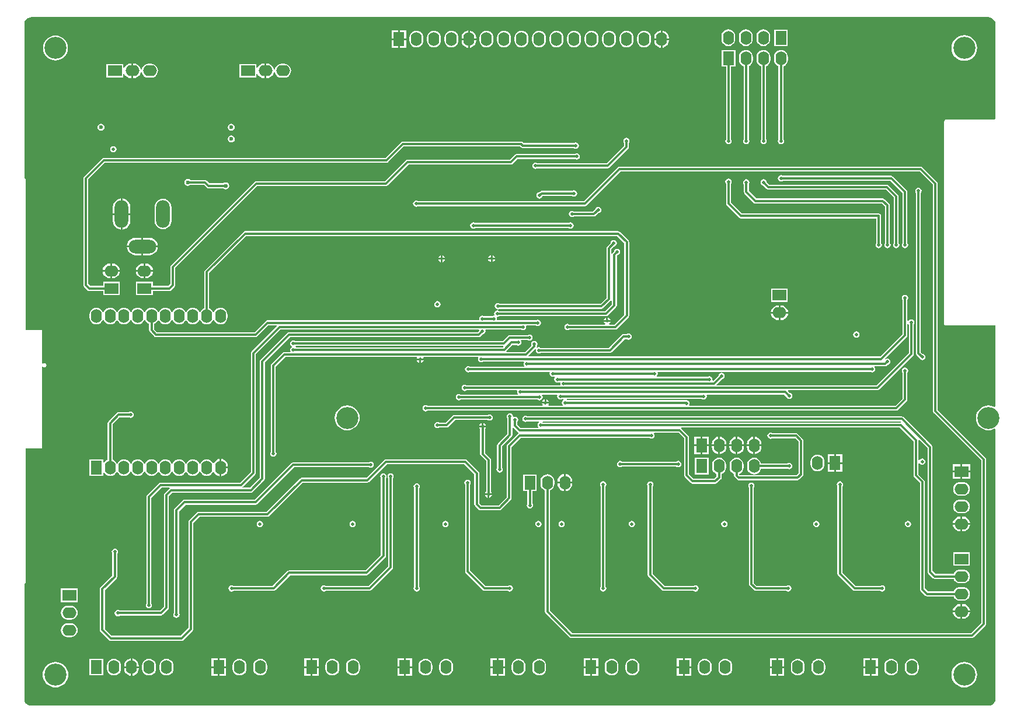
<source format=gbl>
G04*
G04 #@! TF.GenerationSoftware,Altium Limited,CircuitStudio,1.5.2 (30)*
G04*
G04 Layer_Physical_Order=4*
G04 Layer_Color=16711680*
%FSLAX25Y25*%
%MOIN*%
G70*
G01*
G75*
%ADD38C,0.01181*%
%ADD39O,0.07874X0.06299*%
%ADD40R,0.07874X0.06299*%
%ADD41O,0.06299X0.07874*%
%ADD42R,0.06299X0.07874*%
%ADD43O,0.07874X0.15748*%
%ADD44O,0.15748X0.07874*%
%ADD45C,0.01969*%
%ADD46C,0.02362*%
%ADD47C,0.12598*%
G36*
X551421Y393600D02*
X552379Y393203D01*
X553202Y392572D01*
X553833Y391749D01*
X554229Y390792D01*
X554360Y389797D01*
X554331Y389764D01*
X554331D01*
X554335Y335553D01*
X553836Y335055D01*
X525984Y335055D01*
X525677Y334994D01*
X525417Y334820D01*
X525243Y334559D01*
X525181Y334252D01*
Y218110D01*
X525243Y217803D01*
X525417Y217543D01*
X525677Y217369D01*
X525984Y217307D01*
X554331Y217307D01*
X554346Y217295D01*
X554350Y171055D01*
X553850Y170755D01*
X553119Y171146D01*
X551783Y171551D01*
X550394Y171688D01*
X549005Y171551D01*
X547669Y171146D01*
X546438Y170488D01*
X545359Y169602D01*
X544473Y168523D01*
X543815Y167292D01*
X543410Y165956D01*
X543273Y164567D01*
X543410Y163178D01*
X543815Y161842D01*
X544473Y160611D01*
X545359Y159532D01*
X546438Y158646D01*
X547669Y157988D01*
X549005Y157583D01*
X550394Y157446D01*
X551783Y157583D01*
X553119Y157988D01*
X553851Y158379D01*
X554351Y158080D01*
X554365Y3937D01*
X554229Y2909D01*
X553833Y1952D01*
X553202Y1129D01*
X552379Y498D01*
X551421Y101D01*
X550427Y-30D01*
X550394Y-0D01*
Y-0D01*
X3937Y-34D01*
X2909Y101D01*
X1952Y498D01*
X1129Y1129D01*
X498Y1952D01*
X101Y2909D01*
X-30Y3903D01*
X-0Y3937D01*
X-0D01*
X-6Y69936D01*
X67Y69950D01*
X458Y70211D01*
X719Y70602D01*
X810Y71063D01*
Y147228D01*
X10055D01*
Y193698D01*
X10555Y193850D01*
X10566Y193833D01*
X10956Y193572D01*
X11417Y193481D01*
X11787Y193554D01*
X11878Y193572D01*
X12269Y193833D01*
X12530Y194224D01*
X12622Y194685D01*
Y194685D01*
X12530Y195146D01*
X12269Y195537D01*
X11878Y195798D01*
X11417Y195889D01*
X10956Y195798D01*
X10800Y195693D01*
X10566Y195537D01*
X10566Y195537D01*
X10555Y195521D01*
X10055Y195672D01*
Y214783D01*
X810D01*
Y300590D01*
X719Y301051D01*
X458Y301442D01*
X67Y301703D01*
X-26Y301722D01*
X-34Y389764D01*
X101Y390792D01*
X498Y391749D01*
X1129Y392572D01*
X1952Y393203D01*
X2909Y393600D01*
X3903Y393730D01*
X3937Y393701D01*
Y393701D01*
X550394Y393735D01*
X551421Y393600D01*
D02*
G37*
%LPC*%
G36*
X134449Y105743D02*
X133758Y105606D01*
X133171Y105214D01*
X132780Y104628D01*
X132642Y103937D01*
X132780Y103246D01*
X133171Y102660D01*
X133758Y102268D01*
X134449Y102131D01*
X135140Y102268D01*
X135726Y102660D01*
X136118Y103246D01*
X136255Y103937D01*
X136118Y104628D01*
X135726Y105214D01*
X135140Y105606D01*
X134449Y105743D01*
D02*
G37*
G36*
X187402D02*
X186710Y105606D01*
X186124Y105214D01*
X185733Y104628D01*
X185595Y103937D01*
X185733Y103246D01*
X186124Y102660D01*
X186710Y102268D01*
X187402Y102131D01*
X188093Y102268D01*
X188679Y102660D01*
X189070Y103246D01*
X189208Y103937D01*
X189070Y104628D01*
X188679Y105214D01*
X188093Y105606D01*
X187402Y105743D01*
D02*
G37*
G36*
X240354D02*
X239663Y105606D01*
X239077Y105214D01*
X238685Y104628D01*
X238548Y103937D01*
X238685Y103246D01*
X239077Y102660D01*
X239663Y102268D01*
X240354Y102131D01*
X241046Y102268D01*
X241632Y102660D01*
X242023Y103246D01*
X242161Y103937D01*
X242023Y104628D01*
X241632Y105214D01*
X241046Y105606D01*
X240354Y105743D01*
D02*
G37*
G36*
X539946Y103437D02*
X535539D01*
Y99752D01*
X535827D01*
X536910Y99894D01*
X537920Y100312D01*
X538786Y100978D01*
X539452Y101844D01*
X539870Y102854D01*
X539946Y103437D01*
D02*
G37*
G36*
X277165Y167161D02*
X276474Y167023D01*
X275888Y166632D01*
X275497Y166046D01*
X275359Y165354D01*
X275497Y164663D01*
X275760Y164268D01*
Y155306D01*
X270266Y149812D01*
X269962Y149356D01*
X269855Y148819D01*
Y136126D01*
X269591Y135731D01*
X269454Y135039D01*
X269591Y134348D01*
X269983Y133762D01*
X270569Y133370D01*
X271260Y133233D01*
X271951Y133370D01*
X272537Y133762D01*
X272929Y134348D01*
X273066Y135039D01*
X272929Y135731D01*
X272665Y136126D01*
Y148237D01*
X278159Y153731D01*
X278463Y154187D01*
X278570Y154724D01*
Y158976D01*
X279070Y159127D01*
X279125Y159046D01*
X281684Y156487D01*
X282055Y156239D01*
X282125Y155883D01*
X282115Y155677D01*
X281881Y155521D01*
X275778Y149419D01*
X275474Y148963D01*
X275367Y148425D01*
Y119283D01*
X270678Y114594D01*
X260818D01*
X259673Y115739D01*
Y132874D01*
X259566Y133412D01*
X259261Y133868D01*
X252765Y140364D01*
X252309Y140668D01*
X251772Y140775D01*
X206299D01*
X205762Y140668D01*
X205306Y140364D01*
X195284Y130342D01*
X158268D01*
X157730Y130235D01*
X157274Y129930D01*
X138198Y110854D01*
X99410D01*
X98872Y110747D01*
X98416Y110442D01*
X94085Y106112D01*
X93781Y105656D01*
X93674Y105118D01*
Y44480D01*
X89182Y39988D01*
X49795D01*
X45893Y43889D01*
Y66150D01*
X52568Y72825D01*
X52873Y73281D01*
X52980Y73819D01*
Y86906D01*
X53244Y87301D01*
X53381Y87992D01*
X53244Y88683D01*
X52852Y89269D01*
X52266Y89661D01*
X51575Y89798D01*
X50884Y89661D01*
X50297Y89269D01*
X49906Y88683D01*
X49768Y87992D01*
X49906Y87301D01*
X50170Y86906D01*
Y74401D01*
X43495Y67726D01*
X43190Y67270D01*
X43083Y66732D01*
Y43307D01*
X43190Y42769D01*
X43495Y42314D01*
X48219Y37589D01*
X48675Y37285D01*
X49213Y37178D01*
X89764D01*
X90301Y37285D01*
X90757Y37589D01*
X96072Y42904D01*
X96377Y43360D01*
X96484Y43898D01*
Y104536D01*
X99991Y108044D01*
X138779D01*
X139317Y108151D01*
X139773Y108455D01*
X158850Y127532D01*
X195866D01*
X196404Y127639D01*
X196860Y127944D01*
X206881Y137965D01*
X251190D01*
X256863Y132292D01*
Y115157D01*
X256970Y114620D01*
X257274Y114164D01*
X259243Y112196D01*
X259699Y111891D01*
X260236Y111784D01*
X271260D01*
X271797Y111891D01*
X272253Y112196D01*
X277765Y117707D01*
X278070Y118163D01*
X278177Y118701D01*
Y147843D01*
X283456Y153123D01*
X356985D01*
X357380Y152859D01*
X358071Y152721D01*
X358762Y152859D01*
X359348Y153250D01*
X359740Y153836D01*
X359877Y154528D01*
X359740Y155219D01*
X359502Y155575D01*
X359769Y156075D01*
X373434D01*
X376548Y152961D01*
Y131890D01*
X376655Y131352D01*
X376959Y130896D01*
X380503Y127353D01*
X380958Y127049D01*
X381496Y126942D01*
X394488D01*
X395026Y127049D01*
X395482Y127353D01*
X397608Y129479D01*
X397912Y129935D01*
X398019Y130472D01*
Y132541D01*
X398600Y132782D01*
X399422Y133413D01*
X400053Y134235D01*
X400450Y135193D01*
X400585Y136221D01*
Y137795D01*
X400450Y138823D01*
X400053Y139781D01*
X399422Y140603D01*
X398600Y141234D01*
X397642Y141631D01*
X396614Y141766D01*
X395586Y141631D01*
X394629Y141234D01*
X393806Y140603D01*
X393175Y139781D01*
X392778Y138823D01*
X392643Y137795D01*
Y136221D01*
X392778Y135193D01*
X393175Y134235D01*
X393806Y133413D01*
X394629Y132782D01*
X395209Y132541D01*
Y131054D01*
X393906Y129751D01*
X382078D01*
X379358Y132472D01*
Y153543D01*
X379251Y154081D01*
X378946Y154537D01*
X375009Y158474D01*
X374928Y158528D01*
X375079Y159028D01*
X499812D01*
X507650Y151190D01*
Y131693D01*
X507757Y131155D01*
X508062Y130700D01*
X511390Y127371D01*
Y66535D01*
X511497Y65998D01*
X511802Y65542D01*
X514400Y62944D01*
X514856Y62639D01*
X515394Y62532D01*
X530573D01*
X530813Y61952D01*
X531444Y61129D01*
X532267Y60498D01*
X533224Y60101D01*
X534252Y59966D01*
X535827D01*
X536855Y60101D01*
X537812Y60498D01*
X538635Y61129D01*
X539266Y61952D01*
X539662Y62909D01*
X539798Y63937D01*
X539662Y64965D01*
X539266Y65922D01*
X538635Y66745D01*
X537812Y67376D01*
X536855Y67773D01*
X535827Y67908D01*
X534252D01*
X533224Y67773D01*
X532267Y67376D01*
X531444Y66745D01*
X530813Y65922D01*
X530573Y65342D01*
X515976D01*
X514200Y67117D01*
Y127953D01*
X514093Y128490D01*
X513789Y128946D01*
X510460Y132275D01*
Y138499D01*
X510543Y138559D01*
X511223Y138437D01*
X511321Y138290D01*
X511907Y137898D01*
X512598Y137761D01*
X513290Y137898D01*
X513876Y138290D01*
X514267Y138876D01*
X514405Y139567D01*
X514267Y140258D01*
X513876Y140844D01*
X513290Y141236D01*
X512598Y141373D01*
X511907Y141236D01*
X511321Y140844D01*
X511223Y140697D01*
X510543Y140575D01*
X510460Y140635D01*
Y151772D01*
X510451Y151815D01*
X510912Y152061D01*
X515721Y147253D01*
Y76575D01*
X515828Y76037D01*
X516132Y75581D01*
X518770Y72944D01*
X519226Y72639D01*
X519764Y72532D01*
X530573D01*
X530813Y71952D01*
X531444Y71129D01*
X532267Y70498D01*
X533224Y70101D01*
X534252Y69966D01*
X535827D01*
X536855Y70101D01*
X537812Y70498D01*
X538635Y71129D01*
X539266Y71952D01*
X539662Y72909D01*
X539798Y73937D01*
X539662Y74965D01*
X539266Y75923D01*
X538635Y76745D01*
X537812Y77376D01*
X536855Y77773D01*
X535827Y77908D01*
X534252D01*
X533224Y77773D01*
X532267Y77376D01*
X531444Y76745D01*
X530813Y75923D01*
X530573Y75342D01*
X520346D01*
X518531Y77157D01*
Y147835D01*
X518424Y148372D01*
X518119Y148828D01*
X501978Y164970D01*
X501522Y165274D01*
X500984Y165381D01*
X287110D01*
X286715Y165645D01*
X286024Y165783D01*
X285332Y165645D01*
X284746Y165254D01*
X284355Y164668D01*
X284217Y163976D01*
X284355Y163285D01*
X284746Y162699D01*
X285332Y162308D01*
X286024Y162170D01*
X286715Y162308D01*
X287110Y162571D01*
X293748D01*
X293899Y162071D01*
X293506Y161809D01*
X293115Y161223D01*
X292977Y160531D01*
X293115Y159840D01*
X293419Y159385D01*
X293227Y158885D01*
X283259D01*
X281523Y160621D01*
Y162300D01*
X281787Y162695D01*
X281925Y163386D01*
X281787Y164077D01*
X281395Y164663D01*
X280809Y165055D01*
X280118Y165192D01*
X279427Y165055D01*
X279421Y165051D01*
X278971Y165352D01*
X278972Y165354D01*
X278834Y166046D01*
X278443Y166632D01*
X277857Y167023D01*
X277165Y167161D01*
D02*
G37*
G36*
X539764Y87874D02*
X530315D01*
Y80000D01*
X539764D01*
Y87874D01*
D02*
G37*
G36*
X534539Y103437D02*
X530132D01*
X530209Y102854D01*
X530627Y101844D01*
X531292Y100978D01*
X532159Y100312D01*
X533169Y99894D01*
X534252Y99752D01*
X534539D01*
Y103437D01*
D02*
G37*
G36*
X452165Y105743D02*
X451474Y105606D01*
X450888Y105214D01*
X450496Y104628D01*
X450359Y103937D01*
X450496Y103246D01*
X450888Y102660D01*
X451474Y102268D01*
X452165Y102131D01*
X452857Y102268D01*
X453443Y102660D01*
X453834Y103246D01*
X453972Y103937D01*
X453834Y104628D01*
X453443Y105214D01*
X452857Y105606D01*
X452165Y105743D01*
D02*
G37*
G36*
X504528D02*
X503836Y105606D01*
X503250Y105214D01*
X502859Y104628D01*
X502721Y103937D01*
X502859Y103246D01*
X503250Y102660D01*
X503836Y102268D01*
X504528Y102131D01*
X505219Y102268D01*
X505805Y102660D01*
X506196Y103246D01*
X506334Y103937D01*
X506196Y104628D01*
X505805Y105214D01*
X505219Y105606D01*
X504528Y105743D01*
D02*
G37*
G36*
X534539Y108122D02*
X534252D01*
X533169Y107980D01*
X532159Y107562D01*
X531292Y106896D01*
X530627Y106030D01*
X530209Y105020D01*
X530132Y104437D01*
X534539D01*
Y108122D01*
D02*
G37*
G36*
X399606Y105743D02*
X398915Y105606D01*
X398329Y105214D01*
X397937Y104628D01*
X397800Y103937D01*
X397937Y103246D01*
X398329Y102660D01*
X398915Y102268D01*
X399606Y102131D01*
X400298Y102268D01*
X400884Y102660D01*
X401275Y103246D01*
X401413Y103937D01*
X401275Y104628D01*
X400884Y105214D01*
X400298Y105606D01*
X399606Y105743D01*
D02*
G37*
G36*
X293504D02*
X292813Y105606D01*
X292227Y105214D01*
X291835Y104628D01*
X291698Y103937D01*
X291835Y103246D01*
X292227Y102660D01*
X292813Y102268D01*
X293504Y102131D01*
X294195Y102268D01*
X294781Y102660D01*
X295173Y103246D01*
X295310Y103937D01*
X295173Y104628D01*
X294781Y105214D01*
X294195Y105606D01*
X293504Y105743D01*
D02*
G37*
G36*
X306693D02*
X306002Y105606D01*
X305416Y105214D01*
X305024Y104628D01*
X304887Y103937D01*
X305024Y103246D01*
X305416Y102660D01*
X306002Y102268D01*
X306693Y102131D01*
X307384Y102268D01*
X307970Y102660D01*
X308362Y103246D01*
X308499Y103937D01*
X308362Y104628D01*
X307970Y105214D01*
X307384Y105606D01*
X306693Y105743D01*
D02*
G37*
G36*
X346850D02*
X346159Y105606D01*
X345573Y105214D01*
X345181Y104628D01*
X345044Y103937D01*
X345181Y103246D01*
X345573Y102660D01*
X346159Y102268D01*
X346850Y102131D01*
X347542Y102268D01*
X348128Y102660D01*
X348519Y103246D01*
X348657Y103937D01*
X348519Y104628D01*
X348128Y105214D01*
X347542Y105606D01*
X346850Y105743D01*
D02*
G37*
G36*
X209055Y132909D02*
X208364Y132771D01*
X207778Y132380D01*
X207386Y131794D01*
X207249Y131102D01*
X207386Y130411D01*
X207650Y130016D01*
Y79716D01*
X196387Y68452D01*
X172071D01*
X171676Y68716D01*
X170984Y68854D01*
X170293Y68716D01*
X169707Y68325D01*
X169315Y67738D01*
X169178Y67047D01*
X169315Y66356D01*
X169707Y65770D01*
X170293Y65378D01*
X170984Y65241D01*
X171676Y65378D01*
X172071Y65642D01*
X196968D01*
X197506Y65749D01*
X197962Y66054D01*
X210049Y78140D01*
X210353Y78596D01*
X210460Y79134D01*
Y130016D01*
X210724Y130411D01*
X210861Y131102D01*
X210724Y131794D01*
X210332Y132380D01*
X209746Y132771D01*
X209055Y132909D01*
D02*
G37*
G36*
X534539Y58122D02*
X534252D01*
X533169Y57980D01*
X532159Y57562D01*
X531292Y56897D01*
X530627Y56030D01*
X530209Y55020D01*
X530132Y54437D01*
X534539D01*
Y58122D01*
D02*
G37*
G36*
X535827D02*
X535539D01*
Y54437D01*
X539946D01*
X539870Y55020D01*
X539452Y56030D01*
X538786Y56897D01*
X537920Y57562D01*
X536910Y57980D01*
X535827Y58122D01*
D02*
G37*
G36*
X30315Y67126D02*
X20866D01*
Y59252D01*
X30315D01*
Y67126D01*
D02*
G37*
G36*
X539946Y53437D02*
X535539D01*
Y49752D01*
X535827D01*
X536910Y49894D01*
X537920Y50312D01*
X538786Y50977D01*
X539452Y51844D01*
X539870Y52854D01*
X539946Y53437D01*
D02*
G37*
G36*
X511811Y308098D02*
X339764D01*
X339226Y307991D01*
X338770Y307686D01*
X319497Y288413D01*
X224708D01*
X224313Y288677D01*
X223622Y288814D01*
X222931Y288677D01*
X222345Y288285D01*
X221953Y287699D01*
X221816Y287008D01*
X221953Y286317D01*
X222345Y285731D01*
X222931Y285339D01*
X223622Y285202D01*
X224313Y285339D01*
X224708Y285603D01*
X320079D01*
X320616Y285710D01*
X321072Y286014D01*
X340346Y305288D01*
X511229D01*
X518674Y297843D01*
Y168504D01*
X518781Y167966D01*
X519085Y167510D01*
X546233Y140363D01*
Y47432D01*
X540363Y41562D01*
X312787D01*
X299988Y54361D01*
Y123092D01*
X300568Y123333D01*
X301391Y123964D01*
X302022Y124786D01*
X302418Y125744D01*
X302554Y126772D01*
Y128347D01*
X302418Y129374D01*
X302022Y130332D01*
X301391Y131154D01*
X300568Y131785D01*
X299610Y132182D01*
X298583Y132317D01*
X297555Y132182D01*
X296597Y131785D01*
X295775Y131154D01*
X295144Y130332D01*
X294747Y129374D01*
X294612Y128347D01*
Y126772D01*
X294747Y125744D01*
X295144Y124786D01*
X295775Y123964D01*
X296597Y123333D01*
X297178Y123092D01*
Y53780D01*
X297285Y53242D01*
X297589Y52786D01*
X311211Y39164D01*
X311667Y38860D01*
X312205Y38752D01*
X540945D01*
X541482Y38860D01*
X541938Y39164D01*
X548631Y45857D01*
X548936Y46313D01*
X549043Y46850D01*
Y140945D01*
X548936Y141482D01*
X548631Y141938D01*
X521484Y169086D01*
Y298425D01*
X521377Y298963D01*
X521072Y299419D01*
X512805Y307686D01*
X512349Y307991D01*
X511811Y308098D01*
D02*
G37*
G36*
X26378Y57160D02*
X24803D01*
X23775Y57025D01*
X22818Y56628D01*
X21995Y55997D01*
X21364Y55174D01*
X20967Y54217D01*
X20832Y53189D01*
X20967Y52161D01*
X21364Y51204D01*
X21995Y50381D01*
X22818Y49750D01*
X23775Y49353D01*
X24803Y49218D01*
X26378D01*
X27406Y49353D01*
X28363Y49750D01*
X29186Y50381D01*
X29817Y51204D01*
X30214Y52161D01*
X30349Y53189D01*
X30214Y54217D01*
X29817Y55174D01*
X29186Y55997D01*
X28363Y56628D01*
X27406Y57025D01*
X26378Y57160D01*
D02*
G37*
G36*
X534539Y53437D02*
X530132D01*
X530209Y52854D01*
X530627Y51844D01*
X531292Y50977D01*
X532159Y50312D01*
X533169Y49894D01*
X534252Y49752D01*
X534539D01*
Y53437D01*
D02*
G37*
G36*
X415059Y127495D02*
X414368Y127358D01*
X413782Y126966D01*
X413390Y126380D01*
X413253Y125689D01*
X413390Y124998D01*
X413654Y124603D01*
Y69587D01*
X413761Y69049D01*
X414066Y68593D01*
X416605Y66054D01*
X417061Y65749D01*
X417598Y65642D01*
X435055D01*
X435451Y65378D01*
X436142Y65241D01*
X436833Y65378D01*
X437419Y65770D01*
X437811Y66356D01*
X437948Y67047D01*
X437811Y67738D01*
X437419Y68325D01*
X436833Y68716D01*
X436142Y68854D01*
X435451Y68716D01*
X435055Y68452D01*
X418180D01*
X416464Y70169D01*
Y124603D01*
X416728Y124998D01*
X416865Y125689D01*
X416728Y126380D01*
X416336Y126966D01*
X415750Y127358D01*
X415059Y127495D01*
D02*
G37*
G36*
X465551Y128381D02*
X464860Y128244D01*
X464274Y127852D01*
X463882Y127266D01*
X463745Y126575D01*
X463882Y125883D01*
X464146Y125489D01*
Y75394D01*
X464253Y74856D01*
X464558Y74400D01*
X472904Y66054D01*
X473360Y65749D01*
X473898Y65642D01*
X488599D01*
X488994Y65378D01*
X489685Y65241D01*
X490376Y65378D01*
X490962Y65770D01*
X491354Y66356D01*
X491491Y67047D01*
X491354Y67738D01*
X490962Y68325D01*
X490376Y68716D01*
X489685Y68854D01*
X488994Y68716D01*
X488599Y68452D01*
X474480D01*
X466956Y75976D01*
Y125489D01*
X467220Y125883D01*
X467357Y126575D01*
X467220Y127266D01*
X466828Y127852D01*
X466242Y128244D01*
X465551Y128381D01*
D02*
G37*
G36*
X204921Y132909D02*
X204230Y132771D01*
X203644Y132380D01*
X203252Y131794D01*
X203115Y131102D01*
X203252Y130411D01*
X203516Y130016D01*
Y86212D01*
X194694Y77389D01*
X151181D01*
X150644Y77282D01*
X150188Y76978D01*
X141662Y68452D01*
X119315D01*
X118920Y68716D01*
X118228Y68854D01*
X117537Y68716D01*
X116951Y68325D01*
X116560Y67738D01*
X116422Y67047D01*
X116560Y66356D01*
X116951Y65770D01*
X117537Y65378D01*
X118228Y65241D01*
X118920Y65378D01*
X119315Y65642D01*
X142244D01*
X142782Y65749D01*
X143237Y66054D01*
X151763Y74579D01*
X195276D01*
X195813Y74686D01*
X196269Y74991D01*
X205915Y84636D01*
X206219Y85092D01*
X206326Y85630D01*
Y130016D01*
X206590Y130411D01*
X206728Y131102D01*
X206590Y131794D01*
X206199Y132380D01*
X205612Y132771D01*
X204921Y132909D01*
D02*
G37*
G36*
X357283Y128184D02*
X356592Y128047D01*
X356006Y127655D01*
X355615Y127069D01*
X355477Y126378D01*
X355615Y125687D01*
X355878Y125292D01*
Y74803D01*
X355985Y74265D01*
X356290Y73810D01*
X364046Y66054D01*
X364502Y65749D01*
X365039Y65642D01*
X382103D01*
X382498Y65378D01*
X383189Y65241D01*
X383880Y65378D01*
X384466Y65770D01*
X384858Y66356D01*
X384995Y67047D01*
X384858Y67738D01*
X384466Y68325D01*
X383880Y68716D01*
X383189Y68854D01*
X382498Y68716D01*
X382103Y68452D01*
X365621D01*
X358688Y75385D01*
Y125292D01*
X358952Y125687D01*
X359090Y126378D01*
X358952Y127069D01*
X358561Y127655D01*
X357975Y128047D01*
X357283Y128184D01*
D02*
G37*
G36*
X223937Y127121D02*
X223246Y126984D01*
X222660Y126592D01*
X222268Y126006D01*
X222131Y125315D01*
X222268Y124624D01*
X222532Y124229D01*
Y68133D01*
X222268Y67738D01*
X222131Y67047D01*
X222268Y66356D01*
X222660Y65770D01*
X223246Y65378D01*
X223937Y65241D01*
X224628Y65378D01*
X225214Y65770D01*
X225606Y66356D01*
X225743Y67047D01*
X225606Y67738D01*
X225342Y68133D01*
Y124229D01*
X225606Y124624D01*
X225743Y125315D01*
X225606Y126006D01*
X225214Y126592D01*
X224628Y126984D01*
X223937Y127121D01*
D02*
G37*
G36*
X252953Y129169D02*
X252261Y129031D01*
X251676Y128639D01*
X251284Y128053D01*
X251146Y127362D01*
X251284Y126671D01*
X251548Y126276D01*
Y76772D01*
X251655Y76234D01*
X251959Y75778D01*
X261684Y66054D01*
X262140Y65749D01*
X262677Y65642D01*
X276000D01*
X276395Y65378D01*
X277087Y65241D01*
X277778Y65378D01*
X278364Y65770D01*
X278755Y66356D01*
X278893Y67047D01*
X278755Y67738D01*
X278364Y68325D01*
X277778Y68716D01*
X277087Y68854D01*
X276395Y68716D01*
X276000Y68452D01*
X263259D01*
X254358Y77354D01*
Y126276D01*
X254622Y126671D01*
X254759Y127362D01*
X254622Y128053D01*
X254230Y128639D01*
X253644Y129031D01*
X252953Y129169D01*
D02*
G37*
G36*
X330433Y128302D02*
X329742Y128165D01*
X329156Y127773D01*
X328764Y127187D01*
X328627Y126496D01*
X328764Y125805D01*
X329028Y125410D01*
Y68133D01*
X328764Y67738D01*
X328627Y67047D01*
X328764Y66356D01*
X329156Y65770D01*
X329742Y65378D01*
X330433Y65241D01*
X331124Y65378D01*
X331710Y65770D01*
X332102Y66356D01*
X332239Y67047D01*
X332102Y67738D01*
X331838Y68133D01*
Y125410D01*
X332102Y125805D01*
X332239Y126496D01*
X332102Y127187D01*
X331710Y127773D01*
X331124Y128165D01*
X330433Y128302D01*
D02*
G37*
G36*
X534539Y138087D02*
X530102D01*
Y134437D01*
X534539D01*
Y138087D01*
D02*
G37*
G36*
X539976D02*
X535539D01*
Y134437D01*
X539976D01*
Y138087D01*
D02*
G37*
G36*
X416614Y141766D02*
X415586Y141631D01*
X414629Y141234D01*
X413806Y140603D01*
X413175Y139781D01*
X412779Y138823D01*
X412643Y137795D01*
Y136221D01*
X412779Y135193D01*
X413175Y134235D01*
X413806Y133413D01*
X414629Y132782D01*
X415586Y132385D01*
X416614Y132249D01*
X417642Y132385D01*
X418600Y132782D01*
X419422Y133413D01*
X420053Y134235D01*
X420450Y135193D01*
X420504Y135603D01*
X435528D01*
X435923Y135339D01*
X436614Y135202D01*
X437305Y135339D01*
X437891Y135731D01*
X438283Y136317D01*
X438420Y137008D01*
X438283Y137699D01*
X437891Y138285D01*
X437305Y138677D01*
X436614Y138814D01*
X435923Y138677D01*
X435528Y138413D01*
X420504D01*
X420450Y138823D01*
X420053Y139781D01*
X419422Y140603D01*
X418600Y141234D01*
X417642Y141631D01*
X416614Y141766D01*
D02*
G37*
G36*
X452795Y143538D02*
X451767Y143403D01*
X450810Y143006D01*
X449987Y142375D01*
X449356Y141552D01*
X448960Y140595D01*
X448824Y139567D01*
Y137992D01*
X448960Y136964D01*
X449356Y136007D01*
X449987Y135184D01*
X450810Y134553D01*
X451767Y134157D01*
X452795Y134021D01*
X453823Y134157D01*
X454781Y134553D01*
X455603Y135184D01*
X456234Y136007D01*
X456631Y136964D01*
X456766Y137992D01*
Y139567D01*
X456631Y140595D01*
X456234Y141552D01*
X455603Y142375D01*
X454781Y143006D01*
X453823Y143403D01*
X452795Y143538D01*
D02*
G37*
G36*
X390551Y141732D02*
X382677D01*
Y132283D01*
X390551D01*
Y141732D01*
D02*
G37*
G36*
X462295Y138279D02*
X458646D01*
Y133843D01*
X462295D01*
Y138279D01*
D02*
G37*
G36*
X466945D02*
X463295D01*
Y133843D01*
X466945D01*
Y138279D01*
D02*
G37*
G36*
X373228Y139995D02*
X372537Y139858D01*
X372142Y139594D01*
X341244D01*
X340849Y139858D01*
X340158Y139995D01*
X339466Y139858D01*
X338880Y139466D01*
X338489Y138880D01*
X338351Y138189D01*
X338489Y137498D01*
X338880Y136912D01*
X339466Y136520D01*
X340158Y136383D01*
X340849Y136520D01*
X341244Y136784D01*
X372142D01*
X372537Y136520D01*
X373228Y136383D01*
X373920Y136520D01*
X374506Y136912D01*
X374897Y137498D01*
X375035Y138189D01*
X374897Y138880D01*
X374506Y139466D01*
X373920Y139858D01*
X373228Y139995D01*
D02*
G37*
G36*
X386114Y148319D02*
X382465D01*
Y143882D01*
X386114D01*
Y148319D01*
D02*
G37*
G36*
X390764D02*
X387114D01*
Y143882D01*
X390764D01*
Y148319D01*
D02*
G37*
G36*
X466945Y143717D02*
X463295D01*
Y139279D01*
X466945D01*
Y143717D01*
D02*
G37*
G36*
X197638Y139602D02*
X196947Y139464D01*
X196552Y139200D01*
X153543D01*
X153006Y139093D01*
X152550Y138789D01*
X131505Y117744D01*
X91339D01*
X90801Y117637D01*
X90345Y117332D01*
X85818Y112804D01*
X85513Y112349D01*
X85406Y111811D01*
Y53055D01*
X85142Y52660D01*
X85005Y51968D01*
X85142Y51277D01*
X85534Y50691D01*
X86120Y50300D01*
X86811Y50162D01*
X87502Y50300D01*
X88088Y50691D01*
X88480Y51277D01*
X88617Y51968D01*
X88480Y52660D01*
X88216Y53055D01*
Y111229D01*
X91921Y114934D01*
X132087D01*
X132624Y115041D01*
X133080Y115345D01*
X154125Y136390D01*
X196552D01*
X196947Y136126D01*
X197638Y135989D01*
X198329Y136126D01*
X198915Y136518D01*
X199307Y137104D01*
X199444Y137795D01*
X199307Y138487D01*
X198915Y139073D01*
X198329Y139464D01*
X197638Y139602D01*
D02*
G37*
G36*
X112429Y141070D02*
Y136663D01*
X116115D01*
Y136951D01*
X115972Y138034D01*
X115554Y139043D01*
X114889Y139910D01*
X114022Y140576D01*
X113012Y140994D01*
X112429Y141070D01*
D02*
G37*
G36*
X462295Y143717D02*
X458646D01*
Y139279D01*
X462295D01*
Y143717D01*
D02*
G37*
G36*
X425984Y156137D02*
X425293Y156000D01*
X424707Y155608D01*
X424315Y155022D01*
X424178Y154331D01*
X424315Y153639D01*
X424707Y153053D01*
X425293Y152662D01*
X425984Y152524D01*
X426676Y152662D01*
X427071Y152926D01*
X439969D01*
X441902Y150993D01*
Y132865D01*
X440757Y131720D01*
X408456D01*
X408097Y132079D01*
X408159Y132599D01*
X408600Y132782D01*
X409422Y133413D01*
X410053Y134235D01*
X410450Y135193D01*
X410585Y136221D01*
Y137795D01*
X410450Y138823D01*
X410053Y139781D01*
X409422Y140603D01*
X408600Y141234D01*
X407642Y141631D01*
X406614Y141766D01*
X405586Y141631D01*
X404629Y141234D01*
X403806Y140603D01*
X403175Y139781D01*
X402778Y138823D01*
X402643Y137795D01*
Y136221D01*
X402778Y135193D01*
X403175Y134235D01*
X403806Y133413D01*
X404629Y132782D01*
X405209Y132541D01*
Y131575D01*
X405316Y131037D01*
X405621Y130581D01*
X406881Y129322D01*
X407336Y129017D01*
X407874Y128910D01*
X441339D01*
X441876Y129017D01*
X442332Y129322D01*
X444301Y131290D01*
X444605Y131746D01*
X444712Y132283D01*
Y151575D01*
X444605Y152112D01*
X444301Y152568D01*
X441545Y155324D01*
X441089Y155629D01*
X440551Y155736D01*
X427071D01*
X426676Y156000D01*
X425984Y156137D01*
D02*
G37*
G36*
X266884Y120366D02*
X265461D01*
Y118942D01*
X265735Y118997D01*
X266391Y119436D01*
X266830Y120092D01*
X266884Y120366D01*
D02*
G37*
G36*
X535827Y127908D02*
X534252D01*
X533224Y127773D01*
X532267Y127376D01*
X531444Y126745D01*
X530813Y125923D01*
X530416Y124965D01*
X530281Y123937D01*
X530416Y122909D01*
X530813Y121951D01*
X531444Y121129D01*
X532267Y120498D01*
X533224Y120101D01*
X534252Y119966D01*
X535827D01*
X536855Y120101D01*
X537812Y120498D01*
X538635Y121129D01*
X539266Y121951D01*
X539662Y122909D01*
X539798Y123937D01*
X539662Y124965D01*
X539266Y125923D01*
X538635Y126745D01*
X537812Y127376D01*
X536855Y127773D01*
X535827Y127908D01*
D02*
G37*
G36*
X263538Y159146D02*
X259690D01*
X259745Y158871D01*
X260184Y158215D01*
X260209Y158198D01*
Y143898D01*
X260316Y143360D01*
X260621Y142904D01*
X263556Y139969D01*
Y122314D01*
X263530Y122297D01*
X263091Y121640D01*
X263037Y121366D01*
X266884D01*
X266830Y121640D01*
X266391Y122297D01*
X266366Y122314D01*
Y140551D01*
X266259Y141089D01*
X265954Y141545D01*
X263019Y144480D01*
Y158198D01*
X263045Y158215D01*
X263483Y158871D01*
X263538Y159146D01*
D02*
G37*
G36*
X264461Y120366D02*
X263037D01*
X263091Y120092D01*
X263530Y119436D01*
X264186Y118997D01*
X264461Y118942D01*
Y120366D01*
D02*
G37*
G36*
X535827Y108122D02*
X535539D01*
Y104437D01*
X539946D01*
X539870Y105020D01*
X539452Y106030D01*
X538786Y106896D01*
X537920Y107562D01*
X536910Y107980D01*
X535827Y108122D01*
D02*
G37*
G36*
Y117908D02*
X534252D01*
X533224Y117773D01*
X532267Y117376D01*
X531444Y116745D01*
X530813Y115922D01*
X530416Y114965D01*
X530281Y113937D01*
X530416Y112909D01*
X530813Y111951D01*
X531444Y111129D01*
X532267Y110498D01*
X533224Y110101D01*
X534252Y109966D01*
X535827D01*
X536855Y110101D01*
X537812Y110498D01*
X538635Y111129D01*
X539266Y111951D01*
X539662Y112909D01*
X539798Y113937D01*
X539662Y114965D01*
X539266Y115922D01*
X538635Y116745D01*
X537812Y117376D01*
X536855Y117773D01*
X535827Y117908D01*
D02*
G37*
G36*
X292520Y132283D02*
X284646D01*
Y122835D01*
X287178D01*
Y115653D01*
X286914Y115258D01*
X286776Y114567D01*
X286914Y113876D01*
X287305Y113290D01*
X287891Y112898D01*
X288583Y112761D01*
X289274Y112898D01*
X289860Y113290D01*
X290251Y113876D01*
X290389Y114567D01*
X290251Y115258D01*
X289988Y115653D01*
Y122835D01*
X292520D01*
Y132283D01*
D02*
G37*
G36*
X534539Y133437D02*
X530102D01*
Y129787D01*
X534539D01*
Y133437D01*
D02*
G37*
G36*
X539976D02*
X535539D01*
Y129787D01*
X539976D01*
Y133437D01*
D02*
G37*
G36*
X116115Y135663D02*
X112429D01*
Y131256D01*
X113012Y131333D01*
X114022Y131751D01*
X114889Y132416D01*
X115554Y133283D01*
X115972Y134293D01*
X116115Y135376D01*
Y135663D01*
D02*
G37*
G36*
X309083Y132466D02*
Y128059D01*
X312768D01*
Y128347D01*
X312626Y129430D01*
X312207Y130439D01*
X311542Y131306D01*
X310675Y131971D01*
X309666Y132389D01*
X309083Y132466D01*
D02*
G37*
G36*
X308083Y127059D02*
X304397D01*
Y126772D01*
X304540Y125688D01*
X304958Y124679D01*
X305623Y123812D01*
X306490Y123147D01*
X307499Y122729D01*
X308083Y122652D01*
Y127059D01*
D02*
G37*
G36*
X312768D02*
X309083D01*
Y122652D01*
X309666Y122729D01*
X310675Y123147D01*
X311542Y123812D01*
X312207Y124679D01*
X312626Y125688D01*
X312768Y126772D01*
Y127059D01*
D02*
G37*
G36*
X308083Y132466D02*
X307499Y132389D01*
X306490Y131971D01*
X305623Y131306D01*
X304958Y130439D01*
X304540Y129430D01*
X304397Y128347D01*
Y128059D01*
X308083D01*
Y132466D01*
D02*
G37*
G36*
X26378Y47160D02*
X24803D01*
X23775Y47025D01*
X22818Y46628D01*
X21995Y45997D01*
X21364Y45175D01*
X20967Y44217D01*
X20832Y43189D01*
X20967Y42161D01*
X21364Y41203D01*
X21995Y40381D01*
X22818Y39750D01*
X23775Y39353D01*
X24803Y39218D01*
X26378D01*
X27406Y39353D01*
X28363Y39750D01*
X29186Y40381D01*
X29817Y41203D01*
X30214Y42161D01*
X30349Y43189D01*
X30214Y44217D01*
X29817Y45175D01*
X29186Y45997D01*
X28363Y46628D01*
X27406Y47025D01*
X26378Y47160D01*
D02*
G37*
G36*
X65327Y21547D02*
X61642D01*
Y17140D01*
X62225Y17217D01*
X63234Y17635D01*
X64101Y18300D01*
X64766Y19167D01*
X65184Y20177D01*
X65327Y21260D01*
Y21547D01*
D02*
G37*
G36*
X51142Y26806D02*
X50114Y26670D01*
X49156Y26274D01*
X48334Y25642D01*
X47703Y24820D01*
X47306Y23862D01*
X47171Y22835D01*
Y21260D01*
X47306Y20232D01*
X47703Y19274D01*
X48334Y18452D01*
X49156Y17821D01*
X50114Y17424D01*
X51142Y17289D01*
X52170Y17424D01*
X53127Y17821D01*
X53950Y18452D01*
X54581Y19274D01*
X54977Y20232D01*
X55113Y21260D01*
Y22835D01*
X54977Y23862D01*
X54581Y24820D01*
X53950Y25642D01*
X53127Y26274D01*
X52170Y26670D01*
X51142Y26806D01*
D02*
G37*
G36*
X71142D02*
X70114Y26670D01*
X69156Y26274D01*
X68334Y25642D01*
X67703Y24820D01*
X67306Y23862D01*
X67171Y22835D01*
Y21260D01*
X67306Y20232D01*
X67703Y19274D01*
X68334Y18452D01*
X69156Y17821D01*
X70114Y17424D01*
X71142Y17289D01*
X72170Y17424D01*
X73127Y17821D01*
X73950Y18452D01*
X74581Y19274D01*
X74977Y20232D01*
X75113Y21260D01*
Y22835D01*
X74977Y23862D01*
X74581Y24820D01*
X73950Y25642D01*
X73127Y26274D01*
X72170Y26670D01*
X71142Y26806D01*
D02*
G37*
G36*
X60642Y21547D02*
X56956D01*
Y21260D01*
X57099Y20177D01*
X57517Y19167D01*
X58182Y18300D01*
X59049Y17635D01*
X60058Y17217D01*
X60642Y17140D01*
Y21547D01*
D02*
G37*
G36*
X433874Y21547D02*
X430224D01*
Y17110D01*
X433874D01*
Y21547D01*
D02*
G37*
G36*
X482571Y21547D02*
X478921D01*
Y17110D01*
X482571D01*
Y21547D01*
D02*
G37*
G36*
X487220D02*
X483571D01*
Y17110D01*
X487220D01*
Y21547D01*
D02*
G37*
G36*
X187598Y26806D02*
X186571Y26670D01*
X185613Y26274D01*
X184791Y25642D01*
X184160Y24820D01*
X183763Y23862D01*
X183627Y22835D01*
Y21260D01*
X183763Y20232D01*
X184160Y19274D01*
X184791Y18452D01*
X185613Y17821D01*
X186571Y17424D01*
X187598Y17289D01*
X188626Y17424D01*
X189584Y17821D01*
X190406Y18452D01*
X191037Y19274D01*
X191434Y20232D01*
X191569Y21260D01*
Y22835D01*
X191434Y23862D01*
X191037Y24820D01*
X190406Y25642D01*
X189584Y26274D01*
X188626Y26670D01*
X187598Y26806D01*
D02*
G37*
G36*
X228937D02*
X227909Y26670D01*
X226952Y26274D01*
X226129Y25642D01*
X225498Y24820D01*
X225101Y23862D01*
X224966Y22835D01*
Y21260D01*
X225101Y20232D01*
X225498Y19274D01*
X226129Y18452D01*
X226952Y17821D01*
X227909Y17424D01*
X228937Y17289D01*
X229965Y17424D01*
X230923Y17821D01*
X231745Y18452D01*
X232376Y19274D01*
X232773Y20232D01*
X232908Y21260D01*
Y22835D01*
X232773Y23862D01*
X232376Y24820D01*
X231745Y25642D01*
X230923Y26274D01*
X229965Y26670D01*
X228937Y26806D01*
D02*
G37*
G36*
X240748D02*
X239720Y26670D01*
X238762Y26274D01*
X237940Y25642D01*
X237309Y24820D01*
X236912Y23862D01*
X236777Y22835D01*
Y21260D01*
X236912Y20232D01*
X237309Y19274D01*
X237940Y18452D01*
X238762Y17821D01*
X239720Y17424D01*
X240748Y17289D01*
X241776Y17424D01*
X242734Y17821D01*
X243556Y18452D01*
X244187Y19274D01*
X244584Y20232D01*
X244719Y21260D01*
Y22835D01*
X244584Y23862D01*
X244187Y24820D01*
X243556Y25642D01*
X242734Y26274D01*
X241776Y26670D01*
X240748Y26806D01*
D02*
G37*
G36*
X175787D02*
X174760Y26670D01*
X173802Y26274D01*
X172979Y25642D01*
X172348Y24820D01*
X171952Y23862D01*
X171816Y22835D01*
Y21260D01*
X171952Y20232D01*
X172348Y19274D01*
X172979Y18452D01*
X173802Y17821D01*
X174760Y17424D01*
X175787Y17289D01*
X176815Y17424D01*
X177773Y17821D01*
X178595Y18452D01*
X179226Y19274D01*
X179623Y20232D01*
X179758Y21260D01*
Y22835D01*
X179623Y23862D01*
X179226Y24820D01*
X178595Y25642D01*
X177773Y26274D01*
X176815Y26670D01*
X175787Y26806D01*
D02*
G37*
G36*
X81142Y26806D02*
X80114Y26670D01*
X79156Y26274D01*
X78334Y25642D01*
X77703Y24820D01*
X77306Y23862D01*
X77171Y22835D01*
Y21260D01*
X77306Y20232D01*
X77703Y19274D01*
X78334Y18452D01*
X79156Y17821D01*
X80114Y17424D01*
X81142Y17289D01*
X82170Y17424D01*
X83127Y17821D01*
X83950Y18452D01*
X84581Y19274D01*
X84977Y20232D01*
X85113Y21260D01*
Y22835D01*
X84977Y23862D01*
X84581Y24820D01*
X83950Y25642D01*
X83127Y26274D01*
X82170Y26670D01*
X81142Y26806D01*
D02*
G37*
G36*
X122835Y26806D02*
X121807Y26670D01*
X120849Y26274D01*
X120027Y25642D01*
X119396Y24820D01*
X118999Y23862D01*
X118864Y22835D01*
Y21260D01*
X118999Y20232D01*
X119396Y19274D01*
X120027Y18452D01*
X120849Y17821D01*
X121807Y17424D01*
X122835Y17289D01*
X123862Y17424D01*
X124820Y17821D01*
X125643Y18452D01*
X126274Y19274D01*
X126670Y20232D01*
X126806Y21260D01*
Y22835D01*
X126670Y23862D01*
X126274Y24820D01*
X125643Y25642D01*
X124820Y26274D01*
X123862Y26670D01*
X122835Y26806D01*
D02*
G37*
G36*
X134646D02*
X133618Y26670D01*
X132660Y26274D01*
X131838Y25642D01*
X131207Y24820D01*
X130810Y23862D01*
X130675Y22835D01*
Y21260D01*
X130810Y20232D01*
X131207Y19274D01*
X131838Y18452D01*
X132660Y17821D01*
X133618Y17424D01*
X134646Y17289D01*
X135673Y17424D01*
X136631Y17821D01*
X137454Y18452D01*
X138085Y19274D01*
X138481Y20232D01*
X138617Y21260D01*
Y22835D01*
X138481Y23862D01*
X138085Y24820D01*
X137454Y25642D01*
X136631Y26274D01*
X135673Y26670D01*
X134646Y26806D01*
D02*
G37*
G36*
X429224Y21547D02*
X425575D01*
Y17110D01*
X429224D01*
Y21547D01*
D02*
G37*
G36*
X163476Y21547D02*
X159827D01*
Y17110D01*
X163476D01*
Y21547D01*
D02*
G37*
G36*
X168126D02*
X164476D01*
Y17110D01*
X168126D01*
Y21547D01*
D02*
G37*
G36*
X216626D02*
X212976D01*
Y17110D01*
X216626D01*
Y21547D01*
D02*
G37*
G36*
X115173D02*
X111524D01*
Y17110D01*
X115173D01*
Y21547D01*
D02*
G37*
G36*
X17717Y25035D02*
X16289Y24895D01*
X14916Y24478D01*
X13650Y23802D01*
X12541Y22892D01*
X11631Y21783D01*
X10955Y20517D01*
X10538Y19144D01*
X10398Y17717D01*
X10538Y16289D01*
X10955Y14916D01*
X11631Y13650D01*
X12541Y12541D01*
X13650Y11631D01*
X14916Y10955D01*
X16289Y10538D01*
X17717Y10398D01*
X19144Y10538D01*
X20517Y10955D01*
X21783Y11631D01*
X22892Y12541D01*
X23802Y13650D01*
X24478Y14916D01*
X24895Y16289D01*
X25035Y17717D01*
X24895Y19144D01*
X24478Y20517D01*
X23802Y21783D01*
X22892Y22892D01*
X21783Y23802D01*
X20517Y24478D01*
X19144Y24895D01*
X17717Y25035D01*
D02*
G37*
G36*
X536614D02*
X535186Y24895D01*
X533813Y24478D01*
X532548Y23802D01*
X531439Y22892D01*
X530529Y21783D01*
X529853Y20517D01*
X529436Y19144D01*
X529295Y17717D01*
X529436Y16289D01*
X529853Y14916D01*
X530529Y13650D01*
X531439Y12541D01*
X532548Y11631D01*
X533813Y10955D01*
X535186Y10538D01*
X536614Y10398D01*
X538042Y10538D01*
X539415Y10955D01*
X540680Y11631D01*
X541789Y12541D01*
X542699Y13650D01*
X543376Y14916D01*
X543792Y16289D01*
X543933Y17717D01*
X543792Y19144D01*
X543376Y20517D01*
X542699Y21783D01*
X541789Y22892D01*
X540680Y23802D01*
X539415Y24478D01*
X538042Y24895D01*
X536614Y25035D01*
D02*
G37*
G36*
X110524Y21547D02*
X106874D01*
Y17110D01*
X110524D01*
Y21547D01*
D02*
G37*
G36*
X327575Y21547D02*
X323925D01*
Y17110D01*
X327575D01*
Y21547D01*
D02*
G37*
G36*
X376075D02*
X372425D01*
Y17110D01*
X376075D01*
Y21547D01*
D02*
G37*
G36*
X380724D02*
X377075D01*
Y17110D01*
X380724D01*
Y21547D01*
D02*
G37*
G36*
X322925D02*
X319276D01*
Y17110D01*
X322925D01*
Y21547D01*
D02*
G37*
G36*
X221276Y21547D02*
X217626D01*
Y17110D01*
X221276D01*
Y21547D01*
D02*
G37*
G36*
X269776Y21547D02*
X266126D01*
Y17110D01*
X269776D01*
Y21547D01*
D02*
G37*
G36*
X274425D02*
X270776D01*
Y17110D01*
X274425D01*
Y21547D01*
D02*
G37*
G36*
X110524Y26984D02*
X106874D01*
Y22547D01*
X110524D01*
Y26984D01*
D02*
G37*
G36*
X163476D02*
X159827D01*
Y22547D01*
X163476D01*
Y26984D01*
D02*
G37*
G36*
X216626D02*
X212976D01*
Y22547D01*
X216626D01*
Y26984D01*
D02*
G37*
G36*
X433874D02*
X430224D01*
Y22547D01*
X433874D01*
Y26984D01*
D02*
G37*
G36*
X327575D02*
X323925D01*
Y22547D01*
X327575D01*
Y26984D01*
D02*
G37*
G36*
X380724D02*
X377075D01*
Y22547D01*
X380724D01*
Y26984D01*
D02*
G37*
G36*
X429224D02*
X425575D01*
Y22547D01*
X429224D01*
Y26984D01*
D02*
G37*
G36*
X482571D02*
X478921D01*
Y22547D01*
X482571D01*
Y26984D01*
D02*
G37*
G36*
X274425D02*
X270776D01*
Y22547D01*
X274425D01*
Y26984D01*
D02*
G37*
G36*
X487220D02*
X483571D01*
Y22547D01*
X487220D01*
Y26984D01*
D02*
G37*
G36*
X269776D02*
X266126D01*
Y22547D01*
X269776D01*
Y26984D01*
D02*
G37*
G36*
X115173D02*
X111524D01*
Y22547D01*
X115173D01*
Y26984D01*
D02*
G37*
G36*
X168126D02*
X164476D01*
Y22547D01*
X168126D01*
Y26984D01*
D02*
G37*
G36*
X221276D02*
X217626D01*
Y22547D01*
X221276D01*
Y26984D01*
D02*
G37*
G36*
X61642Y26954D02*
Y22547D01*
X65327D01*
Y22835D01*
X65184Y23918D01*
X64766Y24927D01*
X64101Y25794D01*
X63234Y26459D01*
X62225Y26877D01*
X61642Y26954D01*
D02*
G37*
G36*
X388386Y26806D02*
X387358Y26670D01*
X386400Y26274D01*
X385578Y25642D01*
X384947Y24820D01*
X384550Y23862D01*
X384415Y22835D01*
Y21260D01*
X384550Y20232D01*
X384947Y19274D01*
X385578Y18452D01*
X386400Y17821D01*
X387358Y17424D01*
X388386Y17289D01*
X389414Y17424D01*
X390371Y17821D01*
X391194Y18452D01*
X391825Y19274D01*
X392221Y20232D01*
X392357Y21260D01*
Y22835D01*
X392221Y23862D01*
X391825Y24820D01*
X391194Y25642D01*
X390371Y26274D01*
X389414Y26670D01*
X388386Y26806D01*
D02*
G37*
G36*
X400197D02*
X399169Y26670D01*
X398211Y26274D01*
X397389Y25642D01*
X396758Y24820D01*
X396361Y23862D01*
X396226Y22835D01*
Y21260D01*
X396361Y20232D01*
X396758Y19274D01*
X397389Y18452D01*
X398211Y17821D01*
X399169Y17424D01*
X400197Y17289D01*
X401225Y17424D01*
X402182Y17821D01*
X403005Y18452D01*
X403636Y19274D01*
X404033Y20232D01*
X404168Y21260D01*
Y22835D01*
X404033Y23862D01*
X403636Y24820D01*
X403005Y25642D01*
X402182Y26274D01*
X401225Y26670D01*
X400197Y26806D01*
D02*
G37*
G36*
X441535D02*
X440508Y26670D01*
X439550Y26274D01*
X438728Y25642D01*
X438097Y24820D01*
X437700Y23862D01*
X437565Y22835D01*
Y21260D01*
X437700Y20232D01*
X438097Y19274D01*
X438728Y18452D01*
X439550Y17821D01*
X440508Y17424D01*
X441535Y17289D01*
X442563Y17424D01*
X443521Y17821D01*
X444343Y18452D01*
X444974Y19274D01*
X445371Y20232D01*
X445506Y21260D01*
Y22835D01*
X445371Y23862D01*
X444974Y24820D01*
X444343Y25642D01*
X443521Y26274D01*
X442563Y26670D01*
X441535Y26806D01*
D02*
G37*
G36*
X347047D02*
X346020Y26670D01*
X345062Y26274D01*
X344239Y25642D01*
X343608Y24820D01*
X343212Y23862D01*
X343076Y22835D01*
Y21260D01*
X343212Y20232D01*
X343608Y19274D01*
X344239Y18452D01*
X345062Y17821D01*
X346020Y17424D01*
X347047Y17289D01*
X348075Y17424D01*
X349033Y17821D01*
X349855Y18452D01*
X350486Y19274D01*
X350883Y20232D01*
X351018Y21260D01*
Y22835D01*
X350883Y23862D01*
X350486Y24820D01*
X349855Y25642D01*
X349033Y26274D01*
X348075Y26670D01*
X347047Y26806D01*
D02*
G37*
G36*
X282087D02*
X281059Y26670D01*
X280101Y26274D01*
X279279Y25642D01*
X278648Y24820D01*
X278251Y23862D01*
X278116Y22835D01*
Y21260D01*
X278251Y20232D01*
X278648Y19274D01*
X279279Y18452D01*
X280101Y17821D01*
X281059Y17424D01*
X282087Y17289D01*
X283114Y17424D01*
X284072Y17821D01*
X284894Y18452D01*
X285526Y19274D01*
X285922Y20232D01*
X286058Y21260D01*
Y22835D01*
X285922Y23862D01*
X285526Y24820D01*
X284894Y25642D01*
X284072Y26274D01*
X283114Y26670D01*
X282087Y26806D01*
D02*
G37*
G36*
X293898D02*
X292870Y26670D01*
X291912Y26274D01*
X291090Y25642D01*
X290459Y24820D01*
X290062Y23862D01*
X289927Y22835D01*
Y21260D01*
X290062Y20232D01*
X290459Y19274D01*
X291090Y18452D01*
X291912Y17821D01*
X292870Y17424D01*
X293898Y17289D01*
X294925Y17424D01*
X295883Y17821D01*
X296706Y18452D01*
X297337Y19274D01*
X297733Y20232D01*
X297869Y21260D01*
Y22835D01*
X297733Y23862D01*
X297337Y24820D01*
X296706Y25642D01*
X295883Y26274D01*
X294925Y26670D01*
X293898Y26806D01*
D02*
G37*
G36*
X335236D02*
X334208Y26670D01*
X333251Y26274D01*
X332428Y25642D01*
X331797Y24820D01*
X331401Y23862D01*
X331265Y22835D01*
Y21260D01*
X331401Y20232D01*
X331797Y19274D01*
X332428Y18452D01*
X333251Y17821D01*
X334208Y17424D01*
X335236Y17289D01*
X336264Y17424D01*
X337222Y17821D01*
X338044Y18452D01*
X338675Y19274D01*
X339072Y20232D01*
X339207Y21260D01*
Y22835D01*
X339072Y23862D01*
X338675Y24820D01*
X338044Y25642D01*
X337222Y26274D01*
X336264Y26670D01*
X335236Y26806D01*
D02*
G37*
G36*
X60642Y26954D02*
X60058Y26877D01*
X59049Y26459D01*
X58182Y25794D01*
X57517Y24927D01*
X57099Y23918D01*
X56956Y22835D01*
Y22547D01*
X60642D01*
Y26954D01*
D02*
G37*
G36*
X322925Y26984D02*
X319276D01*
Y22547D01*
X322925D01*
Y26984D01*
D02*
G37*
G36*
X376075D02*
X372425D01*
Y22547D01*
X376075D01*
Y26984D01*
D02*
G37*
G36*
X45079Y26772D02*
X37205D01*
Y17323D01*
X45079D01*
Y26772D01*
D02*
G37*
G36*
X453346Y26806D02*
X452319Y26670D01*
X451361Y26274D01*
X450539Y25642D01*
X449907Y24820D01*
X449511Y23862D01*
X449375Y22835D01*
Y21260D01*
X449511Y20232D01*
X449907Y19274D01*
X450539Y18452D01*
X451361Y17821D01*
X452319Y17424D01*
X453346Y17289D01*
X454374Y17424D01*
X455332Y17821D01*
X456154Y18452D01*
X456785Y19274D01*
X457182Y20232D01*
X457317Y21260D01*
Y22835D01*
X457182Y23862D01*
X456785Y24820D01*
X456154Y25642D01*
X455332Y26274D01*
X454374Y26670D01*
X453346Y26806D01*
D02*
G37*
G36*
X494882D02*
X493854Y26670D01*
X492896Y26274D01*
X492074Y25642D01*
X491443Y24820D01*
X491046Y23862D01*
X490911Y22835D01*
Y21260D01*
X491046Y20232D01*
X491443Y19274D01*
X492074Y18452D01*
X492896Y17821D01*
X493854Y17424D01*
X494882Y17289D01*
X495910Y17424D01*
X496867Y17821D01*
X497690Y18452D01*
X498321Y19274D01*
X498718Y20232D01*
X498853Y21260D01*
Y22835D01*
X498718Y23862D01*
X498321Y24820D01*
X497690Y25642D01*
X496867Y26274D01*
X495910Y26670D01*
X494882Y26806D01*
D02*
G37*
G36*
X506693D02*
X505665Y26670D01*
X504707Y26274D01*
X503885Y25642D01*
X503254Y24820D01*
X502857Y23862D01*
X502722Y22835D01*
Y21260D01*
X502857Y20232D01*
X503254Y19274D01*
X503885Y18452D01*
X504707Y17821D01*
X505665Y17424D01*
X506693Y17289D01*
X507721Y17424D01*
X508678Y17821D01*
X509501Y18452D01*
X510132Y19274D01*
X510529Y20232D01*
X510664Y21260D01*
Y22835D01*
X510529Y23862D01*
X510132Y24820D01*
X509501Y25642D01*
X508678Y26274D01*
X507721Y26670D01*
X506693Y26806D01*
D02*
G37*
G36*
X421969Y374837D02*
X420941Y374702D01*
X419983Y374305D01*
X419161Y373674D01*
X418530Y372852D01*
X418133Y371894D01*
X417998Y370866D01*
Y369291D01*
X418133Y368264D01*
X418530Y367306D01*
X419161Y366483D01*
X419983Y365852D01*
X420564Y365612D01*
Y323803D01*
X420378Y323526D01*
X420241Y322835D01*
X420378Y322143D01*
X420770Y321557D01*
X421356Y321166D01*
X422047Y321028D01*
X422739Y321166D01*
X423324Y321557D01*
X423716Y322143D01*
X423854Y322835D01*
X423716Y323526D01*
X423373Y324039D01*
Y365612D01*
X423954Y365852D01*
X424776Y366483D01*
X425408Y367306D01*
X425804Y368264D01*
X425940Y369291D01*
Y370866D01*
X425804Y371894D01*
X425408Y372852D01*
X424776Y373674D01*
X423954Y374305D01*
X422996Y374702D01*
X421969Y374837D01*
D02*
G37*
G36*
X431968D02*
X430941Y374702D01*
X429983Y374305D01*
X429161Y373674D01*
X428530Y372852D01*
X428133Y371894D01*
X427997Y370866D01*
Y369291D01*
X428133Y368264D01*
X428530Y367306D01*
X429161Y366483D01*
X429983Y365852D01*
X430485Y365645D01*
Y323921D01*
X430221Y323526D01*
X430083Y322835D01*
X430221Y322143D01*
X430613Y321557D01*
X431199Y321166D01*
X431890Y321028D01*
X432581Y321166D01*
X433167Y321557D01*
X433559Y322143D01*
X433696Y322835D01*
X433559Y323526D01*
X433295Y323921D01*
Y365579D01*
X433954Y365852D01*
X434776Y366483D01*
X435407Y367306D01*
X435804Y368264D01*
X435940Y369291D01*
Y370866D01*
X435804Y371894D01*
X435407Y372852D01*
X434776Y373674D01*
X433954Y374305D01*
X432996Y374702D01*
X431968Y374837D01*
D02*
G37*
G36*
X118110Y326023D02*
X117342Y325870D01*
X116691Y325435D01*
X116256Y324784D01*
X116103Y324016D01*
X116256Y323248D01*
X116691Y322597D01*
X117342Y322162D01*
X118110Y322009D01*
X118878Y322162D01*
X119529Y322597D01*
X119965Y323248D01*
X120117Y324016D01*
X119965Y324784D01*
X119529Y325435D01*
X118878Y325870D01*
X118110Y326023D01*
D02*
G37*
G36*
X411969Y374837D02*
X410941Y374702D01*
X409983Y374305D01*
X409161Y373674D01*
X408530Y372852D01*
X408133Y371894D01*
X407998Y370866D01*
Y369291D01*
X408133Y368264D01*
X408530Y367306D01*
X409161Y366483D01*
X409983Y365852D01*
X410800Y365514D01*
Y323921D01*
X410536Y323526D01*
X410398Y322835D01*
X410536Y322143D01*
X410927Y321557D01*
X411514Y321166D01*
X412205Y321028D01*
X412896Y321166D01*
X413482Y321557D01*
X413874Y322143D01*
X414011Y322835D01*
X413874Y323526D01*
X413610Y323921D01*
Y365710D01*
X413954Y365852D01*
X414776Y366483D01*
X415408Y367306D01*
X415804Y368264D01*
X415940Y369291D01*
Y370866D01*
X415804Y371894D01*
X415408Y372852D01*
X414776Y373674D01*
X413954Y374305D01*
X412996Y374702D01*
X411969Y374837D01*
D02*
G37*
G36*
X50787Y319917D02*
X50096Y319779D01*
X49510Y319388D01*
X49119Y318801D01*
X48981Y318110D01*
X49119Y317419D01*
X49510Y316833D01*
X50096Y316441D01*
X50787Y316304D01*
X51479Y316441D01*
X52065Y316833D01*
X52456Y317419D01*
X52594Y318110D01*
X52456Y318801D01*
X52065Y319388D01*
X51479Y319779D01*
X50787Y319917D01*
D02*
G37*
G36*
X283661Y322468D02*
X215945D01*
X215407Y322361D01*
X214951Y322056D01*
X206111Y313216D01*
X45276D01*
X44738Y313109D01*
X44282Y312805D01*
X34046Y302568D01*
X33741Y302112D01*
X33634Y301575D01*
Y240551D01*
X33741Y240014D01*
X34046Y239558D01*
X36014Y237589D01*
X36470Y237285D01*
X37008Y237178D01*
X44882D01*
Y234646D01*
X54331D01*
Y242520D01*
X44882D01*
Y239988D01*
X37590D01*
X36444Y241133D01*
Y300993D01*
X45858Y310406D01*
X206693D01*
X207231Y310513D01*
X207686Y310818D01*
X216527Y319658D01*
X283080D01*
X283455Y319282D01*
X283911Y318978D01*
X284449Y318871D01*
X313678D01*
X314072Y318607D01*
X314764Y318469D01*
X315455Y318607D01*
X316041Y318998D01*
X316433Y319584D01*
X316570Y320276D01*
X316433Y320967D01*
X316041Y321553D01*
X315455Y321944D01*
X314764Y322082D01*
X314072Y321944D01*
X313678Y321680D01*
X285031D01*
X284655Y322056D01*
X284199Y322361D01*
X283661Y322468D01*
D02*
G37*
G36*
X405905Y374803D02*
X398031D01*
Y365354D01*
X400563D01*
Y323921D01*
X400300Y323526D01*
X400162Y322835D01*
X400300Y322143D01*
X400691Y321557D01*
X401277Y321166D01*
X401968Y321028D01*
X402660Y321166D01*
X403246Y321557D01*
X403637Y322143D01*
X403775Y322835D01*
X403637Y323526D01*
X403373Y323921D01*
Y365354D01*
X405905D01*
Y374803D01*
D02*
G37*
G36*
X61075Y367178D02*
X60787D01*
X59704Y367035D01*
X58695Y366617D01*
X57828Y365952D01*
X57163Y365085D01*
X56799Y364207D01*
X56299Y364307D01*
Y366929D01*
X46850D01*
Y359055D01*
X56299D01*
Y361678D01*
X56799Y361777D01*
X57163Y360899D01*
X57828Y360033D01*
X58695Y359367D01*
X59704Y358949D01*
X60787Y358807D01*
X61075D01*
Y362992D01*
Y367178D01*
D02*
G37*
G36*
X137059D02*
X136772D01*
X135688Y367035D01*
X134679Y366617D01*
X133812Y365952D01*
X133147Y365085D01*
X132783Y364207D01*
X132283Y364307D01*
Y366929D01*
X122835D01*
Y359055D01*
X132283D01*
Y361678D01*
X132783Y361777D01*
X133147Y360899D01*
X133812Y360033D01*
X134679Y359367D01*
X135688Y358949D01*
X136772Y358807D01*
X137059D01*
Y362992D01*
Y367178D01*
D02*
G37*
G36*
X536614Y383303D02*
X535186Y383162D01*
X533813Y382746D01*
X532548Y382069D01*
X531439Y381159D01*
X530529Y380050D01*
X529853Y378785D01*
X529436Y377412D01*
X529295Y375984D01*
X529436Y374556D01*
X529853Y373183D01*
X530529Y371918D01*
X531439Y370809D01*
X532548Y369899D01*
X533813Y369223D01*
X535186Y368806D01*
X536614Y368666D01*
X538042Y368806D01*
X539415Y369223D01*
X540680Y369899D01*
X541789Y370809D01*
X542699Y371918D01*
X543376Y373183D01*
X543792Y374556D01*
X543933Y375984D01*
X543792Y377412D01*
X543376Y378785D01*
X542699Y380050D01*
X541789Y381159D01*
X540680Y382069D01*
X539415Y382746D01*
X538042Y383162D01*
X536614Y383303D01*
D02*
G37*
G36*
X138347Y367178D02*
X138059D01*
Y362992D01*
Y358807D01*
X138347D01*
X139430Y358949D01*
X140439Y359367D01*
X141306Y360033D01*
X141971Y360899D01*
X142389Y361909D01*
X142414Y362098D01*
X142918Y362098D01*
X142936Y361964D01*
X143333Y361007D01*
X143964Y360184D01*
X144786Y359553D01*
X145744Y359156D01*
X146772Y359021D01*
X148346D01*
X149374Y359156D01*
X150332Y359553D01*
X151154Y360184D01*
X151785Y361007D01*
X152182Y361964D01*
X152317Y362992D01*
X152182Y364020D01*
X151785Y364978D01*
X151154Y365800D01*
X150332Y366431D01*
X149374Y366828D01*
X148346Y366963D01*
X146772D01*
X145744Y366828D01*
X144786Y366431D01*
X143964Y365800D01*
X143333Y364978D01*
X142936Y364020D01*
X142918Y363887D01*
X142414Y363887D01*
X142389Y364075D01*
X141971Y365085D01*
X141306Y365952D01*
X140439Y366617D01*
X139430Y367035D01*
X138347Y367178D01*
D02*
G37*
G36*
X43701Y332716D02*
X42933Y332563D01*
X42282Y332128D01*
X41846Y331477D01*
X41694Y330709D01*
X41846Y329941D01*
X42282Y329289D01*
X42933Y328854D01*
X43701Y328702D01*
X44469Y328854D01*
X45120Y329289D01*
X45555Y329941D01*
X45708Y330709D01*
X45555Y331477D01*
X45120Y332128D01*
X44469Y332563D01*
X43701Y332716D01*
D02*
G37*
G36*
X118110D02*
X117342Y332563D01*
X116691Y332128D01*
X116256Y331477D01*
X116103Y330709D01*
X116256Y329941D01*
X116691Y329289D01*
X117342Y328854D01*
X118110Y328702D01*
X118878Y328854D01*
X119529Y329289D01*
X119965Y329941D01*
X120117Y330709D01*
X119965Y331477D01*
X119529Y332128D01*
X118878Y332563D01*
X118110Y332716D01*
D02*
G37*
G36*
X62362Y367178D02*
X62075D01*
Y362992D01*
Y358807D01*
X62362D01*
X63446Y358949D01*
X64455Y359367D01*
X65322Y360033D01*
X65987Y360899D01*
X66405Y361909D01*
X66430Y362098D01*
X66934Y362098D01*
X66952Y361964D01*
X67348Y361007D01*
X67980Y360184D01*
X68802Y359553D01*
X69760Y359156D01*
X70787Y359021D01*
X72362D01*
X73390Y359156D01*
X74348Y359553D01*
X75170Y360184D01*
X75801Y361007D01*
X76198Y361964D01*
X76333Y362992D01*
X76198Y364020D01*
X75801Y364978D01*
X75170Y365800D01*
X74348Y366431D01*
X73390Y366828D01*
X72362Y366963D01*
X70787D01*
X69760Y366828D01*
X68802Y366431D01*
X67980Y365800D01*
X67348Y364978D01*
X66952Y364020D01*
X66934Y363887D01*
X66430Y363887D01*
X66405Y364075D01*
X65987Y365085D01*
X65322Y365952D01*
X64455Y366617D01*
X63446Y367035D01*
X62362Y367178D01*
D02*
G37*
G36*
X315354Y315783D02*
X314663Y315645D01*
X314268Y315381D01*
X280906D01*
X280368Y315274D01*
X279912Y314970D01*
X277174Y312232D01*
X218701D01*
X218163Y312125D01*
X217707Y311820D01*
X205717Y299830D01*
X132283D01*
X131746Y299723D01*
X131290Y299419D01*
X83652Y251781D01*
X83348Y251325D01*
X83241Y250787D01*
Y241133D01*
X82095Y239988D01*
X73228D01*
Y242520D01*
X63779D01*
Y234646D01*
X73228D01*
Y237178D01*
X82677D01*
X83215Y237285D01*
X83671Y237589D01*
X85639Y239558D01*
X85944Y240014D01*
X86051Y240551D01*
Y250205D01*
X132865Y297020D01*
X206299D01*
X206837Y297127D01*
X207293Y297432D01*
X219283Y309422D01*
X277756D01*
X278294Y309529D01*
X278749Y309833D01*
X281487Y312571D01*
X314268D01*
X314663Y312308D01*
X315354Y312170D01*
X316046Y312308D01*
X316632Y312699D01*
X317023Y313285D01*
X317161Y313976D01*
X317023Y314668D01*
X316632Y315254D01*
X316046Y315645D01*
X315354Y315783D01*
D02*
G37*
G36*
X55012Y280602D02*
X50532D01*
Y277165D01*
X50702Y275877D01*
X51199Y274676D01*
X51991Y273644D01*
X53022Y272853D01*
X54223Y272356D01*
X55012Y272252D01*
Y280602D01*
D02*
G37*
G36*
X60491D02*
X56012D01*
Y272252D01*
X56801Y272356D01*
X58002Y272853D01*
X59033Y273644D01*
X59824Y274676D01*
X60322Y275877D01*
X60491Y277165D01*
Y280602D01*
D02*
G37*
G36*
X79134Y289805D02*
X77900Y289642D01*
X76751Y289166D01*
X75764Y288409D01*
X75007Y287422D01*
X74531Y286273D01*
X74369Y285039D01*
Y277165D01*
X74531Y275932D01*
X75007Y274783D01*
X75764Y273796D01*
X76751Y273039D01*
X77900Y272563D01*
X79134Y272400D01*
X80367Y272563D01*
X81516Y273039D01*
X82503Y273796D01*
X83261Y274783D01*
X83737Y275932D01*
X83899Y277165D01*
Y285039D01*
X83737Y286273D01*
X83261Y287422D01*
X82503Y288409D01*
X81516Y289166D01*
X80367Y289642D01*
X79134Y289805D01*
D02*
G37*
G36*
X71260Y267578D02*
X67823D01*
Y263099D01*
X76174D01*
X76070Y263887D01*
X75572Y265088D01*
X74781Y266120D01*
X73750Y266911D01*
X72549Y267408D01*
X71260Y267578D01*
D02*
G37*
G36*
X422047Y301019D02*
X421356Y300882D01*
X420770Y300490D01*
X420378Y299904D01*
X420241Y299213D01*
X420378Y298521D01*
X420770Y297935D01*
X421356Y297544D01*
X421822Y297451D01*
X423810Y295463D01*
X424265Y295159D01*
X424803Y295052D01*
X491938D01*
X496351Y290638D01*
Y264472D01*
X496087Y264077D01*
X495950Y263386D01*
X496087Y262695D01*
X496479Y262108D01*
X497065Y261717D01*
X497756Y261579D01*
X498447Y261717D01*
X499033Y262108D01*
X499425Y262695D01*
X499562Y263386D01*
X499425Y264077D01*
X499161Y264472D01*
Y291220D01*
X499054Y291758D01*
X498749Y292214D01*
X493513Y297450D01*
X493057Y297755D01*
X492520Y297862D01*
X425385D01*
X423809Y299438D01*
X423716Y299904D01*
X423324Y300490D01*
X422739Y300882D01*
X422047Y301019D01*
D02*
G37*
G36*
X431890Y303381D02*
X431199Y303244D01*
X430613Y302852D01*
X430221Y302266D01*
X430083Y301575D01*
X430221Y300884D01*
X430613Y300297D01*
X431199Y299906D01*
X431890Y299768D01*
X432581Y299906D01*
X432976Y300170D01*
X494300D01*
X501351Y293119D01*
Y264472D01*
X501087Y264077D01*
X500949Y263386D01*
X501087Y262695D01*
X501479Y262108D01*
X502065Y261717D01*
X502756Y261579D01*
X503447Y261717D01*
X504033Y262108D01*
X504425Y262695D01*
X504562Y263386D01*
X504425Y264077D01*
X504161Y264472D01*
Y293701D01*
X504054Y294238D01*
X503749Y294694D01*
X495875Y302568D01*
X495420Y302873D01*
X494882Y302980D01*
X432976D01*
X432581Y303244D01*
X431890Y303381D01*
D02*
G37*
G36*
X66823Y267578D02*
X63386D01*
X62097Y267408D01*
X60896Y266911D01*
X59865Y266120D01*
X59073Y265088D01*
X58576Y263887D01*
X58472Y263099D01*
X66823D01*
Y267578D01*
D02*
G37*
G36*
X313779Y294720D02*
X313088Y294582D01*
X312693Y294318D01*
X295276D01*
X294738Y294211D01*
X294282Y293907D01*
X293869Y293494D01*
X293403Y293401D01*
X292817Y293010D01*
X292426Y292424D01*
X292288Y291732D01*
X292426Y291041D01*
X292817Y290455D01*
X293403Y290063D01*
X294094Y289926D01*
X294786Y290063D01*
X295372Y290455D01*
X295763Y291041D01*
X295856Y291507D01*
X295858Y291508D01*
X312693D01*
X313088Y291245D01*
X313779Y291107D01*
X314471Y291245D01*
X315057Y291636D01*
X315448Y292222D01*
X315586Y292913D01*
X315448Y293605D01*
X315057Y294191D01*
X314471Y294582D01*
X313779Y294720D01*
D02*
G37*
G36*
X93307Y301220D02*
X92539Y301067D01*
X91888Y300632D01*
X91453Y299981D01*
X91300Y299213D01*
X91453Y298445D01*
X91888Y297793D01*
X92539Y297358D01*
X93307Y297205D01*
X94075Y297358D01*
X94726Y297793D01*
X94736Y297808D01*
X102568D01*
X104144Y296231D01*
X104600Y295926D01*
X105138Y295819D01*
X113532D01*
X113541Y295805D01*
X114193Y295370D01*
X114961Y295217D01*
X115729Y295370D01*
X116380Y295805D01*
X116815Y296456D01*
X116968Y297224D01*
X116815Y297992D01*
X116380Y298644D01*
X115729Y299079D01*
X114961Y299232D01*
X114193Y299079D01*
X113541Y298644D01*
X113532Y298629D01*
X105720D01*
X104143Y300206D01*
X103687Y300511D01*
X103150Y300618D01*
X94736D01*
X94726Y300632D01*
X94075Y301067D01*
X93307Y301220D01*
D02*
G37*
G36*
X343701Y324641D02*
X343009Y324503D01*
X342424Y324112D01*
X342032Y323526D01*
X341894Y322835D01*
X342032Y322143D01*
X342296Y321748D01*
Y319873D01*
X332489Y310066D01*
X292818D01*
X292424Y310330D01*
X291732Y310468D01*
X291041Y310330D01*
X290455Y309939D01*
X290063Y309353D01*
X289926Y308661D01*
X290063Y307970D01*
X290455Y307384D01*
X291041Y306993D01*
X291732Y306855D01*
X292424Y306993D01*
X292818Y307257D01*
X333071D01*
X333609Y307363D01*
X334064Y307668D01*
X344694Y318298D01*
X344999Y318754D01*
X345106Y319291D01*
Y321748D01*
X345370Y322143D01*
X345507Y322835D01*
X345370Y323526D01*
X344978Y324112D01*
X344392Y324503D01*
X343701Y324641D01*
D02*
G37*
G36*
X327559Y285271D02*
X326868Y285133D01*
X326282Y284742D01*
X325890Y284156D01*
X325798Y283690D01*
X324615Y282507D01*
X313685D01*
X313290Y282771D01*
X312598Y282909D01*
X311907Y282771D01*
X311321Y282380D01*
X310930Y281794D01*
X310792Y281102D01*
X310930Y280411D01*
X311321Y279825D01*
X311907Y279433D01*
X312598Y279296D01*
X313290Y279433D01*
X313685Y279697D01*
X325197D01*
X325734Y279804D01*
X326190Y280109D01*
X327784Y281703D01*
X328250Y281796D01*
X328836Y282187D01*
X329228Y282773D01*
X329365Y283465D01*
X329228Y284156D01*
X328836Y284742D01*
X328250Y285133D01*
X327559Y285271D01*
D02*
G37*
G36*
X311811Y276413D02*
X311120Y276275D01*
X310725Y276011D01*
X257385D01*
X256991Y276275D01*
X256299Y276413D01*
X255608Y276275D01*
X255022Y275884D01*
X254630Y275298D01*
X254493Y274606D01*
X254630Y273915D01*
X255022Y273329D01*
X255608Y272937D01*
X256299Y272800D01*
X256991Y272937D01*
X257385Y273201D01*
X310725D01*
X311120Y272937D01*
X311811Y272800D01*
X312502Y272937D01*
X313088Y273329D01*
X313480Y273915D01*
X313617Y274606D01*
X313480Y275298D01*
X313088Y275884D01*
X312502Y276275D01*
X311811Y276413D01*
D02*
G37*
G36*
X55012Y289953D02*
X54223Y289849D01*
X53022Y289352D01*
X51991Y288561D01*
X51199Y287529D01*
X50702Y286328D01*
X50532Y285039D01*
Y281602D01*
X55012D01*
Y289953D01*
D02*
G37*
G36*
X56012D02*
Y281602D01*
X60491D01*
Y285039D01*
X60322Y286328D01*
X59824Y287529D01*
X59033Y288561D01*
X58002Y289352D01*
X56801Y289849D01*
X56012Y289953D01*
D02*
G37*
G36*
X17717Y383105D02*
X16327Y382968D01*
X14991Y382563D01*
X13760Y381905D01*
X12681Y381019D01*
X11796Y379940D01*
X11138Y378709D01*
X10733Y377374D01*
X10596Y375984D01*
X10733Y374595D01*
X11138Y373259D01*
X11796Y372028D01*
X12681Y370949D01*
X13760Y370063D01*
X14991Y369405D01*
X16327Y369000D01*
X17717Y368863D01*
X19106Y369000D01*
X20442Y369405D01*
X21673Y370063D01*
X22752Y370949D01*
X23637Y372028D01*
X24295Y373259D01*
X24701Y374595D01*
X24837Y375984D01*
X24701Y377374D01*
X24295Y378709D01*
X23637Y379940D01*
X22752Y381019D01*
X21673Y381905D01*
X20442Y382563D01*
X19106Y382968D01*
X17717Y383105D01*
D02*
G37*
G36*
X401890Y386648D02*
X400862Y386513D01*
X399904Y386116D01*
X399082Y385485D01*
X398451Y384663D01*
X398054Y383705D01*
X397919Y382677D01*
Y381102D01*
X398054Y380075D01*
X398451Y379117D01*
X399082Y378294D01*
X399904Y377663D01*
X400862Y377267D01*
X401890Y377131D01*
X402917Y377267D01*
X403875Y377663D01*
X404698Y378294D01*
X405329Y379117D01*
X405725Y380075D01*
X405861Y381102D01*
Y382677D01*
X405725Y383705D01*
X405329Y384663D01*
X404698Y385485D01*
X403875Y386116D01*
X402917Y386513D01*
X401890Y386648D01*
D02*
G37*
G36*
X411890D02*
X410862Y386513D01*
X409904Y386116D01*
X409082Y385485D01*
X408451Y384663D01*
X408054Y383705D01*
X407919Y382677D01*
Y381102D01*
X408054Y380075D01*
X408451Y379117D01*
X409082Y378294D01*
X409904Y377663D01*
X410862Y377267D01*
X411890Y377131D01*
X412918Y377267D01*
X413875Y377663D01*
X414698Y378294D01*
X415329Y379117D01*
X415725Y380075D01*
X415861Y381102D01*
Y382677D01*
X415725Y383705D01*
X415329Y384663D01*
X414698Y385485D01*
X413875Y386116D01*
X412918Y386513D01*
X411890Y386648D01*
D02*
G37*
G36*
X421890D02*
X420862Y386513D01*
X419904Y386116D01*
X419082Y385485D01*
X418451Y384663D01*
X418054Y383705D01*
X417919Y382677D01*
Y381102D01*
X418054Y380075D01*
X418451Y379117D01*
X419082Y378294D01*
X419904Y377663D01*
X420862Y377267D01*
X421890Y377131D01*
X422918Y377267D01*
X423875Y377663D01*
X424698Y378294D01*
X425329Y379117D01*
X425725Y380075D01*
X425861Y381102D01*
Y382677D01*
X425725Y383705D01*
X425329Y384663D01*
X424698Y385485D01*
X423875Y386116D01*
X422918Y386513D01*
X421890Y386648D01*
D02*
G37*
G36*
X353780Y385861D02*
X352752Y385725D01*
X351794Y385329D01*
X350972Y384698D01*
X350341Y383875D01*
X349944Y382917D01*
X349809Y381890D01*
Y380315D01*
X349944Y379287D01*
X350341Y378329D01*
X350972Y377507D01*
X351794Y376876D01*
X352752Y376479D01*
X353780Y376344D01*
X354807Y376479D01*
X355765Y376876D01*
X356587Y377507D01*
X357219Y378329D01*
X357615Y379287D01*
X357751Y380315D01*
Y381890D01*
X357615Y382917D01*
X357219Y383875D01*
X356587Y384698D01*
X355765Y385329D01*
X354807Y385725D01*
X353780Y385861D01*
D02*
G37*
G36*
X323780D02*
X322752Y385725D01*
X321794Y385329D01*
X320972Y384698D01*
X320341Y383875D01*
X319944Y382917D01*
X319809Y381890D01*
Y380315D01*
X319944Y379287D01*
X320341Y378329D01*
X320972Y377507D01*
X321794Y376876D01*
X322752Y376479D01*
X323780Y376344D01*
X324807Y376479D01*
X325765Y376876D01*
X326587Y377507D01*
X327219Y378329D01*
X327615Y379287D01*
X327750Y380315D01*
Y381890D01*
X327615Y382917D01*
X327219Y383875D01*
X326587Y384698D01*
X325765Y385329D01*
X324807Y385725D01*
X323780Y385861D01*
D02*
G37*
G36*
X333780D02*
X332752Y385725D01*
X331794Y385329D01*
X330972Y384698D01*
X330341Y383875D01*
X329944Y382917D01*
X329809Y381890D01*
Y380315D01*
X329944Y379287D01*
X330341Y378329D01*
X330972Y377507D01*
X331794Y376876D01*
X332752Y376479D01*
X333780Y376344D01*
X334807Y376479D01*
X335765Y376876D01*
X336587Y377507D01*
X337218Y378329D01*
X337615Y379287D01*
X337751Y380315D01*
Y381890D01*
X337615Y382917D01*
X337218Y383875D01*
X336587Y384698D01*
X335765Y385329D01*
X334807Y385725D01*
X333780Y385861D01*
D02*
G37*
G36*
X343779D02*
X342752Y385725D01*
X341794Y385329D01*
X340972Y384698D01*
X340341Y383875D01*
X339944Y382917D01*
X339809Y381890D01*
Y380315D01*
X339944Y379287D01*
X340341Y378329D01*
X340972Y377507D01*
X341794Y376876D01*
X342752Y376479D01*
X343779Y376344D01*
X344807Y376479D01*
X345765Y376876D01*
X346587Y377507D01*
X347218Y378329D01*
X347615Y379287D01*
X347750Y380315D01*
Y381890D01*
X347615Y382917D01*
X347218Y383875D01*
X346587Y384698D01*
X345765Y385329D01*
X344807Y385725D01*
X343779Y385861D01*
D02*
G37*
G36*
X217929Y386039D02*
X214280D01*
Y381602D01*
X217929D01*
Y386039D01*
D02*
G37*
G36*
X254279Y386009D02*
Y381602D01*
X257965D01*
Y381890D01*
X257822Y382973D01*
X257404Y383982D01*
X256739Y384849D01*
X255872Y385514D01*
X254863Y385933D01*
X254279Y386009D01*
D02*
G37*
G36*
X364280D02*
Y381602D01*
X367965D01*
Y381890D01*
X367822Y382973D01*
X367404Y383982D01*
X366739Y384849D01*
X365872Y385514D01*
X364863Y385933D01*
X364280Y386009D01*
D02*
G37*
G36*
X213280Y386039D02*
X209630D01*
Y381602D01*
X213280D01*
Y386039D01*
D02*
G37*
G36*
X435827Y386614D02*
X427953D01*
Y377165D01*
X435827D01*
Y386614D01*
D02*
G37*
G36*
X253279Y386009D02*
X252696Y385933D01*
X251687Y385514D01*
X250820Y384849D01*
X250155Y383982D01*
X249737Y382973D01*
X249594Y381890D01*
Y381602D01*
X253279D01*
Y386009D01*
D02*
G37*
G36*
X363280D02*
X362696Y385933D01*
X361687Y385514D01*
X360820Y384849D01*
X360155Y383982D01*
X359737Y382973D01*
X359594Y381890D01*
Y381602D01*
X363280D01*
Y386009D01*
D02*
G37*
G36*
X313779Y385861D02*
X312752Y385725D01*
X311794Y385329D01*
X310972Y384698D01*
X310341Y383875D01*
X309944Y382917D01*
X309809Y381890D01*
Y380315D01*
X309944Y379287D01*
X310341Y378329D01*
X310972Y377507D01*
X311794Y376876D01*
X312752Y376479D01*
X313779Y376344D01*
X314807Y376479D01*
X315765Y376876D01*
X316587Y377507D01*
X317218Y378329D01*
X317615Y379287D01*
X317751Y380315D01*
Y381890D01*
X317615Y382917D01*
X317218Y383875D01*
X316587Y384698D01*
X315765Y385329D01*
X314807Y385725D01*
X313779Y385861D01*
D02*
G37*
G36*
X257965Y380602D02*
X254279D01*
Y376195D01*
X254863Y376272D01*
X255872Y376690D01*
X256739Y377355D01*
X257404Y378222D01*
X257822Y379232D01*
X257965Y380315D01*
Y380602D01*
D02*
G37*
G36*
X367965D02*
X364280D01*
Y376195D01*
X364863Y376272D01*
X365872Y376690D01*
X366739Y377355D01*
X367404Y378222D01*
X367822Y379232D01*
X367965Y380315D01*
Y380602D01*
D02*
G37*
G36*
X223780Y385861D02*
X222752Y385725D01*
X221794Y385329D01*
X220972Y384698D01*
X220341Y383875D01*
X219944Y382917D01*
X219809Y381890D01*
Y380315D01*
X219944Y379287D01*
X220341Y378329D01*
X220972Y377507D01*
X221794Y376876D01*
X222752Y376479D01*
X223780Y376344D01*
X224807Y376479D01*
X225765Y376876D01*
X226587Y377507D01*
X227219Y378329D01*
X227615Y379287D01*
X227750Y380315D01*
Y381890D01*
X227615Y382917D01*
X227219Y383875D01*
X226587Y384698D01*
X225765Y385329D01*
X224807Y385725D01*
X223780Y385861D01*
D02*
G37*
G36*
X363280Y380602D02*
X359594D01*
Y380315D01*
X359737Y379232D01*
X360155Y378222D01*
X360820Y377355D01*
X361687Y376690D01*
X362696Y376272D01*
X363280Y376195D01*
Y380602D01*
D02*
G37*
G36*
X213280D02*
X209630D01*
Y376165D01*
X213280D01*
Y380602D01*
D02*
G37*
G36*
X217929D02*
X214280D01*
Y376165D01*
X217929D01*
Y380602D01*
D02*
G37*
G36*
X253279D02*
X249594D01*
Y380315D01*
X249737Y379232D01*
X250155Y378222D01*
X250820Y377355D01*
X251687Y376690D01*
X252696Y376272D01*
X253279Y376195D01*
Y380602D01*
D02*
G37*
G36*
X283780Y385861D02*
X282752Y385725D01*
X281794Y385329D01*
X280972Y384698D01*
X280341Y383875D01*
X279944Y382917D01*
X279809Y381890D01*
Y380315D01*
X279944Y379287D01*
X280341Y378329D01*
X280972Y377507D01*
X281794Y376876D01*
X282752Y376479D01*
X283780Y376344D01*
X284807Y376479D01*
X285765Y376876D01*
X286587Y377507D01*
X287218Y378329D01*
X287615Y379287D01*
X287751Y380315D01*
Y381890D01*
X287615Y382917D01*
X287218Y383875D01*
X286587Y384698D01*
X285765Y385329D01*
X284807Y385725D01*
X283780Y385861D01*
D02*
G37*
G36*
X293779D02*
X292752Y385725D01*
X291794Y385329D01*
X290972Y384698D01*
X290341Y383875D01*
X289944Y382917D01*
X289809Y381890D01*
Y380315D01*
X289944Y379287D01*
X290341Y378329D01*
X290972Y377507D01*
X291794Y376876D01*
X292752Y376479D01*
X293779Y376344D01*
X294807Y376479D01*
X295765Y376876D01*
X296587Y377507D01*
X297218Y378329D01*
X297615Y379287D01*
X297750Y380315D01*
Y381890D01*
X297615Y382917D01*
X297218Y383875D01*
X296587Y384698D01*
X295765Y385329D01*
X294807Y385725D01*
X293779Y385861D01*
D02*
G37*
G36*
X303780D02*
X302752Y385725D01*
X301794Y385329D01*
X300972Y384698D01*
X300341Y383875D01*
X299944Y382917D01*
X299809Y381890D01*
Y380315D01*
X299944Y379287D01*
X300341Y378329D01*
X300972Y377507D01*
X301794Y376876D01*
X302752Y376479D01*
X303780Y376344D01*
X304807Y376479D01*
X305765Y376876D01*
X306587Y377507D01*
X307219Y378329D01*
X307615Y379287D01*
X307751Y380315D01*
Y381890D01*
X307615Y382917D01*
X307219Y383875D01*
X306587Y384698D01*
X305765Y385329D01*
X304807Y385725D01*
X303780Y385861D01*
D02*
G37*
G36*
X273780D02*
X272752Y385725D01*
X271794Y385329D01*
X270972Y384698D01*
X270341Y383875D01*
X269944Y382917D01*
X269809Y381890D01*
Y380315D01*
X269944Y379287D01*
X270341Y378329D01*
X270972Y377507D01*
X271794Y376876D01*
X272752Y376479D01*
X273780Y376344D01*
X274807Y376479D01*
X275765Y376876D01*
X276587Y377507D01*
X277219Y378329D01*
X277615Y379287D01*
X277750Y380315D01*
Y381890D01*
X277615Y382917D01*
X277219Y383875D01*
X276587Y384698D01*
X275765Y385329D01*
X274807Y385725D01*
X273780Y385861D01*
D02*
G37*
G36*
X233780D02*
X232752Y385725D01*
X231794Y385329D01*
X230972Y384698D01*
X230341Y383875D01*
X229944Y382917D01*
X229809Y381890D01*
Y380315D01*
X229944Y379287D01*
X230341Y378329D01*
X230972Y377507D01*
X231794Y376876D01*
X232752Y376479D01*
X233780Y376344D01*
X234807Y376479D01*
X235765Y376876D01*
X236587Y377507D01*
X237218Y378329D01*
X237615Y379287D01*
X237751Y380315D01*
Y381890D01*
X237615Y382917D01*
X237218Y383875D01*
X236587Y384698D01*
X235765Y385329D01*
X234807Y385725D01*
X233780Y385861D01*
D02*
G37*
G36*
X243779D02*
X242752Y385725D01*
X241794Y385329D01*
X240972Y384698D01*
X240341Y383875D01*
X239944Y382917D01*
X239809Y381890D01*
Y380315D01*
X239944Y379287D01*
X240341Y378329D01*
X240972Y377507D01*
X241794Y376876D01*
X242752Y376479D01*
X243779Y376344D01*
X244807Y376479D01*
X245765Y376876D01*
X246587Y377507D01*
X247218Y378329D01*
X247615Y379287D01*
X247750Y380315D01*
Y381890D01*
X247615Y382917D01*
X247218Y383875D01*
X246587Y384698D01*
X245765Y385329D01*
X244807Y385725D01*
X243779Y385861D01*
D02*
G37*
G36*
X263779D02*
X262752Y385725D01*
X261794Y385329D01*
X260972Y384698D01*
X260341Y383875D01*
X259944Y382917D01*
X259809Y381890D01*
Y380315D01*
X259944Y379287D01*
X260341Y378329D01*
X260972Y377507D01*
X261794Y376876D01*
X262752Y376479D01*
X263779Y376344D01*
X264807Y376479D01*
X265765Y376876D01*
X266587Y377507D01*
X267218Y378329D01*
X267615Y379287D01*
X267751Y380315D01*
Y381890D01*
X267615Y382917D01*
X267218Y383875D01*
X266587Y384698D01*
X265765Y385329D01*
X264807Y385725D01*
X263779Y385861D01*
D02*
G37*
G36*
X265551Y166570D02*
X264860Y166433D01*
X264465Y166169D01*
X245472D01*
X244935Y166062D01*
X244479Y165757D01*
X240560Y161838D01*
X236913D01*
X236518Y162102D01*
X235827Y162239D01*
X235136Y162102D01*
X234549Y161710D01*
X234158Y161124D01*
X234020Y160433D01*
X234158Y159742D01*
X234549Y159156D01*
X235136Y158764D01*
X235827Y158627D01*
X236518Y158764D01*
X236913Y159028D01*
X241142D01*
X241679Y159135D01*
X242135Y159440D01*
X246054Y163359D01*
X264465D01*
X264860Y163095D01*
X265551Y162957D01*
X266243Y163095D01*
X266828Y163487D01*
X267220Y164073D01*
X267357Y164764D01*
X267220Y165455D01*
X266828Y166041D01*
X266243Y166433D01*
X265551Y166570D01*
D02*
G37*
G36*
X60630Y168145D02*
X59939Y168007D01*
X59544Y167744D01*
X53740D01*
X53202Y167637D01*
X52747Y167332D01*
X47944Y162529D01*
X47639Y162073D01*
X47532Y161535D01*
Y140630D01*
X46951Y140390D01*
X46129Y139759D01*
X45498Y138936D01*
X45000Y139040D01*
Y140888D01*
X37126D01*
Y131439D01*
X45000D01*
Y133286D01*
X45498Y133390D01*
X46129Y132568D01*
X46951Y131937D01*
X47909Y131540D01*
X48937Y131405D01*
X49965Y131540D01*
X50923Y131937D01*
X51745Y132568D01*
X52376Y133390D01*
X52603Y133940D01*
X53145D01*
X53372Y133390D01*
X54003Y132568D01*
X54826Y131937D01*
X55783Y131540D01*
X56811Y131405D01*
X57839Y131540D01*
X58797Y131937D01*
X59619Y132568D01*
X60250Y133390D01*
X60477Y133940D01*
X61019D01*
X61246Y133390D01*
X61877Y132568D01*
X62700Y131937D01*
X63657Y131540D01*
X64685Y131405D01*
X65713Y131540D01*
X66671Y131937D01*
X67493Y132568D01*
X68124Y133390D01*
X68352Y133940D01*
X68893D01*
X69120Y133390D01*
X69751Y132568D01*
X70574Y131937D01*
X71531Y131540D01*
X72559Y131405D01*
X73587Y131540D01*
X74545Y131937D01*
X75367Y132568D01*
X75998Y133390D01*
X76226Y133940D01*
X76767D01*
X76994Y133390D01*
X77625Y132568D01*
X78448Y131937D01*
X79405Y131540D01*
X80433Y131405D01*
X81461Y131540D01*
X82419Y131937D01*
X83241Y132568D01*
X83872Y133390D01*
X84100Y133940D01*
X84641D01*
X84868Y133390D01*
X85499Y132568D01*
X86322Y131937D01*
X87279Y131540D01*
X88307Y131405D01*
X89335Y131540D01*
X90293Y131937D01*
X91115Y132568D01*
X91746Y133390D01*
X91974Y133940D01*
X92515D01*
X92742Y133390D01*
X93373Y132568D01*
X94196Y131937D01*
X95153Y131540D01*
X96181Y131405D01*
X97209Y131540D01*
X98167Y131937D01*
X98989Y132568D01*
X99620Y133390D01*
X99848Y133940D01*
X100389D01*
X100616Y133390D01*
X101247Y132568D01*
X102070Y131937D01*
X103027Y131540D01*
X104055Y131405D01*
X105083Y131540D01*
X106041Y131937D01*
X106863Y132568D01*
X107494Y133390D01*
X107606Y133662D01*
X108148D01*
X108305Y133283D01*
X108970Y132416D01*
X109836Y131751D01*
X110846Y131333D01*
X111429Y131256D01*
Y136163D01*
Y141070D01*
X110846Y140994D01*
X109836Y140576D01*
X108970Y139910D01*
X108305Y139043D01*
X108148Y138665D01*
X107606D01*
X107494Y138936D01*
X106863Y139759D01*
X106041Y140390D01*
X105083Y140786D01*
X104055Y140922D01*
X103027Y140786D01*
X102070Y140390D01*
X101247Y139759D01*
X100616Y138936D01*
X100389Y138387D01*
X99848D01*
X99620Y138936D01*
X98989Y139759D01*
X98167Y140390D01*
X97209Y140786D01*
X96181Y140922D01*
X95153Y140786D01*
X94196Y140390D01*
X93373Y139759D01*
X92742Y138936D01*
X92515Y138387D01*
X91974D01*
X91746Y138936D01*
X91115Y139759D01*
X90293Y140390D01*
X89335Y140786D01*
X88307Y140922D01*
X87279Y140786D01*
X86322Y140390D01*
X85499Y139759D01*
X84868Y138936D01*
X84641Y138387D01*
X84100D01*
X83872Y138936D01*
X83241Y139759D01*
X82419Y140390D01*
X81461Y140786D01*
X80433Y140922D01*
X79405Y140786D01*
X78448Y140390D01*
X77625Y139759D01*
X76994Y138936D01*
X76767Y138387D01*
X76226D01*
X75998Y138936D01*
X75367Y139759D01*
X74545Y140390D01*
X73587Y140786D01*
X72559Y140922D01*
X71531Y140786D01*
X70574Y140390D01*
X69751Y139759D01*
X69120Y138936D01*
X68893Y138387D01*
X68352D01*
X68124Y138936D01*
X67493Y139759D01*
X66671Y140390D01*
X65713Y140786D01*
X64685Y140922D01*
X63657Y140786D01*
X62700Y140390D01*
X61877Y139759D01*
X61246Y138936D01*
X61019Y138387D01*
X60477D01*
X60250Y138936D01*
X59619Y139759D01*
X58797Y140390D01*
X57839Y140786D01*
X56811Y140922D01*
X55783Y140786D01*
X54826Y140390D01*
X54003Y139759D01*
X53372Y138936D01*
X53145Y138387D01*
X52603D01*
X52376Y138936D01*
X51745Y139759D01*
X50923Y140390D01*
X50342Y140630D01*
Y160953D01*
X54322Y164934D01*
X59544D01*
X59939Y164670D01*
X60630Y164532D01*
X61321Y164670D01*
X61907Y165061D01*
X62299Y165647D01*
X62436Y166339D01*
X62299Y167030D01*
X61907Y167616D01*
X61321Y168007D01*
X60630Y168145D01*
D02*
G37*
G36*
X296941Y175152D02*
X296667Y175098D01*
X296010Y174659D01*
X295572Y174003D01*
X295517Y173728D01*
X296941D01*
Y175152D01*
D02*
G37*
G36*
X184252Y171688D02*
X182863Y171551D01*
X181527Y171146D01*
X180296Y170488D01*
X179217Y169602D01*
X178331Y168523D01*
X177673Y167292D01*
X177268Y165956D01*
X177131Y164567D01*
X177268Y163178D01*
X177673Y161842D01*
X178331Y160611D01*
X179217Y159532D01*
X180296Y158646D01*
X181527Y157988D01*
X182863Y157583D01*
X184252Y157446D01*
X185641Y157583D01*
X186977Y157988D01*
X188208Y158646D01*
X189287Y159532D01*
X190173Y160611D01*
X190831Y161842D01*
X191236Y163178D01*
X191373Y164567D01*
X191236Y165956D01*
X190831Y167292D01*
X190173Y168523D01*
X189287Y169602D01*
X188208Y170488D01*
X186977Y171146D01*
X185641Y171551D01*
X184252Y171688D01*
D02*
G37*
G36*
X261114Y161569D02*
X260840Y161515D01*
X260184Y161076D01*
X259745Y160420D01*
X259690Y160146D01*
X261114D01*
Y161569D01*
D02*
G37*
G36*
X262114D02*
Y160146D01*
X263538D01*
X263483Y160420D01*
X263045Y161076D01*
X262388Y161515D01*
X262114Y161569D01*
D02*
G37*
G36*
X297941Y175152D02*
Y173728D01*
X299365D01*
X299310Y174003D01*
X298871Y174659D01*
X298215Y175098D01*
X297941Y175152D01*
D02*
G37*
G36*
X502756Y234877D02*
X502065Y234740D01*
X501479Y234348D01*
X501087Y233762D01*
X500949Y233071D01*
X501087Y232380D01*
X501351Y231985D01*
Y212393D01*
X488591Y199633D01*
X287957D01*
X287750Y200133D01*
X291538Y203921D01*
X291999Y203675D01*
X291894Y203150D01*
X292032Y202458D01*
X292424Y201872D01*
X293009Y201481D01*
X293701Y201343D01*
X294392Y201481D01*
X294787Y201745D01*
X334252D01*
X334790Y201852D01*
X335245Y202156D01*
X342708Y209619D01*
X343796D01*
X344191Y209355D01*
X344882Y209217D01*
X345573Y209355D01*
X346159Y209746D01*
X346551Y210332D01*
X346688Y211024D01*
X346551Y211715D01*
X346159Y212301D01*
X345573Y212692D01*
X344882Y212830D01*
X344191Y212692D01*
X343796Y212429D01*
X342126D01*
X341588Y212322D01*
X341132Y212017D01*
X333670Y204555D01*
X294787D01*
X294392Y204819D01*
X293701Y204956D01*
X293009Y204819D01*
X292860Y204718D01*
X292628Y204860D01*
X292455Y205049D01*
X292547Y205512D01*
Y205607D01*
X292811Y206002D01*
X292948Y206693D01*
X292811Y207384D01*
X292419Y207970D01*
X291833Y208362D01*
X291142Y208499D01*
X290451Y208362D01*
X289864Y207970D01*
X289473Y207384D01*
X289335Y206693D01*
X289473Y206002D01*
X289542Y205899D01*
X285835Y202192D01*
X275353D01*
X275152Y202692D01*
X278732Y206272D01*
X280803D01*
X281199Y206008D01*
X281890Y205871D01*
X282581Y206008D01*
X283167Y206400D01*
X283559Y206986D01*
X283696Y207677D01*
X283559Y208368D01*
X283452Y208528D01*
X283719Y209028D01*
X287300D01*
X287695Y208764D01*
X288386Y208627D01*
X289077Y208764D01*
X289663Y209156D01*
X290055Y209742D01*
X290192Y210433D01*
X290055Y211124D01*
X289663Y211710D01*
X289077Y212102D01*
X288386Y212239D01*
X287695Y212102D01*
X287300Y211838D01*
X276969D01*
X276431Y211731D01*
X275975Y211426D01*
X273040Y208492D01*
X154630D01*
X154235Y208755D01*
X153543Y208893D01*
X152852Y208755D01*
X152266Y208364D01*
X151874Y207778D01*
X151737Y207087D01*
X151874Y206395D01*
X152266Y205809D01*
X152556Y205616D01*
Y205014D01*
X152266Y204821D01*
X151874Y204235D01*
X151737Y203543D01*
X151874Y202852D01*
X151981Y202692D01*
X151714Y202192D01*
X148425D01*
X147888Y202085D01*
X147432Y201781D01*
X141132Y195482D01*
X140828Y195026D01*
X140721Y194488D01*
Y145181D01*
X140457Y144786D01*
X140320Y144095D01*
X140457Y143403D01*
X140849Y142817D01*
X141435Y142426D01*
X142126Y142288D01*
X142817Y142426D01*
X143403Y142817D01*
X143795Y143403D01*
X143932Y144095D01*
X143795Y144786D01*
X143531Y145181D01*
Y193906D01*
X149007Y199382D01*
X223970D01*
X224206Y198942D01*
X224115Y198806D01*
X224061Y198531D01*
X227908D01*
X227853Y198806D01*
X227763Y198942D01*
X227998Y199382D01*
X258937D01*
X259143Y198997D01*
X259151Y198882D01*
X259020Y198228D01*
X259158Y197537D01*
X259549Y196951D01*
X260136Y196560D01*
X260827Y196422D01*
X261518Y196560D01*
X261913Y196823D01*
X284982D01*
X285249Y196323D01*
X285142Y196164D01*
X285005Y195472D01*
X285142Y194781D01*
X285512Y194228D01*
X285474Y194056D01*
X285333Y193728D01*
X254433D01*
X254038Y193992D01*
X253346Y194129D01*
X252655Y193992D01*
X252069Y193600D01*
X251678Y193014D01*
X251540Y192323D01*
X251678Y191631D01*
X252069Y191045D01*
X252655Y190654D01*
X253346Y190516D01*
X254038Y190654D01*
X254433Y190918D01*
X299685D01*
X299891Y190533D01*
X299899Y190418D01*
X299768Y189764D01*
X299906Y189073D01*
X300297Y188487D01*
X300884Y188095D01*
X301575Y187957D01*
X302266Y188095D01*
X302393Y188180D01*
X302609Y188126D01*
X302829Y187556D01*
X302662Y187305D01*
X302524Y186614D01*
X302662Y185923D01*
X303053Y185337D01*
X303639Y184945D01*
X304331Y184808D01*
X305022Y184945D01*
X305364Y185174D01*
X305867Y185105D01*
X306155Y184689D01*
X306068Y184252D01*
X306198Y183598D01*
X306190Y183483D01*
X305984Y183098D01*
X252464D01*
X252069Y183362D01*
X251378Y183499D01*
X250687Y183362D01*
X250101Y182970D01*
X249709Y182384D01*
X249572Y181693D01*
X249709Y181002D01*
X250101Y180416D01*
X250687Y180024D01*
X251378Y179887D01*
X252069Y180024D01*
X252464Y180288D01*
X281024D01*
X281356Y179788D01*
X281264Y179331D01*
X281402Y178639D01*
X281640Y178283D01*
X281373Y177783D01*
X249118D01*
X248723Y178047D01*
X248031Y178184D01*
X247340Y178047D01*
X246754Y177655D01*
X246363Y177069D01*
X246225Y176378D01*
X246363Y175687D01*
X246754Y175101D01*
X247340Y174709D01*
X248031Y174572D01*
X248723Y174709D01*
X249118Y174973D01*
X293008D01*
X293403Y174709D01*
X294094Y174572D01*
X294786Y174709D01*
X295372Y175101D01*
X295763Y175687D01*
X295901Y176378D01*
X295763Y177069D01*
X295525Y177426D01*
X295792Y177926D01*
X304016D01*
X304222Y177540D01*
X304229Y177426D01*
X304099Y176772D01*
X304237Y176080D01*
X304628Y175494D01*
X305214Y175103D01*
X305906Y174965D01*
X306597Y175103D01*
X306992Y175367D01*
X307594D01*
X307653Y175284D01*
X307531Y174604D01*
X307384Y174506D01*
X306993Y173920D01*
X306855Y173228D01*
X306993Y172537D01*
X307362Y171984D01*
X307325Y171812D01*
X307184Y171484D01*
X299233D01*
X298996Y171984D01*
X299310Y172454D01*
X299365Y172728D01*
X295517D01*
X295572Y172454D01*
X295886Y171984D01*
X295649Y171484D01*
X230220D01*
X229825Y171748D01*
X229134Y171885D01*
X228443Y171748D01*
X227857Y171356D01*
X227465Y170770D01*
X227327Y170079D01*
X227465Y169387D01*
X227857Y168801D01*
X228443Y168410D01*
X229134Y168272D01*
X229825Y168410D01*
X230220Y168674D01*
X497835D01*
X498372Y168781D01*
X498828Y169085D01*
X503749Y174006D01*
X504054Y174462D01*
X504161Y175000D01*
Y190449D01*
X504425Y190844D01*
X504562Y191535D01*
X504425Y192227D01*
X504033Y192813D01*
X503447Y193204D01*
X502756Y193342D01*
X502065Y193204D01*
X501479Y192813D01*
X501087Y192227D01*
X500949Y191535D01*
X501087Y190844D01*
X501351Y190449D01*
Y175582D01*
X497253Y171484D01*
X379782D01*
X379515Y171984D01*
X379622Y172143D01*
X379759Y172835D01*
X379622Y173526D01*
X379230Y174112D01*
X378644Y174504D01*
X377953Y174641D01*
X377736Y174598D01*
X377559Y174633D01*
X309818D01*
X309736Y174729D01*
X309670Y175284D01*
X309729Y175367D01*
X386709D01*
X387104Y175103D01*
X387795Y174965D01*
X388487Y175103D01*
X389073Y175494D01*
X389464Y176080D01*
X389602Y176772D01*
X389472Y177426D01*
X389479Y177540D01*
X389685Y177926D01*
X433867D01*
X434853Y176940D01*
X434945Y176474D01*
X435337Y175888D01*
X435923Y175496D01*
X436614Y175359D01*
X437305Y175496D01*
X437891Y175888D01*
X438283Y176474D01*
X438420Y177165D01*
X438283Y177857D01*
X437891Y178443D01*
X437305Y178834D01*
X436839Y178927D01*
X435940Y179826D01*
X436132Y180288D01*
X487008D01*
X487545Y180395D01*
X488001Y180700D01*
X507293Y199991D01*
X507597Y200447D01*
X507704Y200984D01*
Y218008D01*
X507968Y218403D01*
X508106Y219094D01*
X507968Y219786D01*
X507577Y220372D01*
X506990Y220763D01*
X506299Y220901D01*
X505608Y220763D01*
X505022Y220372D01*
X504923Y220224D01*
X504244Y220103D01*
X504161Y220162D01*
Y231985D01*
X504425Y232380D01*
X504562Y233071D01*
X504425Y233762D01*
X504033Y234348D01*
X503447Y234740D01*
X502756Y234877D01*
D02*
G37*
G36*
X475000Y214011D02*
X474309Y213874D01*
X473723Y213482D01*
X473331Y212896D01*
X473194Y212205D01*
X473331Y211513D01*
X473723Y210927D01*
X474309Y210536D01*
X475000Y210398D01*
X475691Y210536D01*
X476277Y210927D01*
X476669Y211513D01*
X476806Y212205D01*
X476669Y212896D01*
X476277Y213482D01*
X475691Y213874D01*
X475000Y214011D01*
D02*
G37*
G36*
X338976Y271287D02*
X125984D01*
X125447Y271180D01*
X124991Y270875D01*
X103062Y248946D01*
X102757Y248490D01*
X102650Y247953D01*
Y227244D01*
X102070Y227004D01*
X101247Y226373D01*
X100616Y225550D01*
X100389Y225001D01*
X99848D01*
X99620Y225550D01*
X98989Y226373D01*
X98167Y227004D01*
X97209Y227401D01*
X96181Y227536D01*
X95153Y227401D01*
X94196Y227004D01*
X93373Y226373D01*
X92742Y225550D01*
X92515Y225001D01*
X91974D01*
X91746Y225550D01*
X91115Y226373D01*
X90293Y227004D01*
X89335Y227401D01*
X88307Y227536D01*
X87279Y227401D01*
X86322Y227004D01*
X85499Y226373D01*
X84868Y225550D01*
X84641Y225001D01*
X84100D01*
X83872Y225550D01*
X83241Y226373D01*
X82419Y227004D01*
X81461Y227401D01*
X80433Y227536D01*
X79405Y227401D01*
X78448Y227004D01*
X77625Y226373D01*
X76994Y225550D01*
X76767Y225001D01*
X76226D01*
X75998Y225550D01*
X75367Y226373D01*
X74545Y227004D01*
X73587Y227401D01*
X72559Y227536D01*
X71531Y227401D01*
X70574Y227004D01*
X69751Y226373D01*
X69120Y225550D01*
X68893Y225001D01*
X68352D01*
X68124Y225550D01*
X67493Y226373D01*
X66671Y227004D01*
X65713Y227401D01*
X64685Y227536D01*
X63657Y227401D01*
X62700Y227004D01*
X61877Y226373D01*
X61246Y225550D01*
X61019Y225001D01*
X60477D01*
X60250Y225550D01*
X59619Y226373D01*
X58797Y227004D01*
X57839Y227401D01*
X56811Y227536D01*
X55783Y227401D01*
X54826Y227004D01*
X54003Y226373D01*
X53372Y225550D01*
X53145Y225001D01*
X52603D01*
X52376Y225550D01*
X51745Y226373D01*
X50923Y227004D01*
X49965Y227401D01*
X48937Y227536D01*
X47909Y227401D01*
X46951Y227004D01*
X46129Y226373D01*
X45498Y225550D01*
X45271Y225001D01*
X44729D01*
X44502Y225550D01*
X43871Y226373D01*
X43049Y227004D01*
X42091Y227401D01*
X41063Y227536D01*
X40035Y227401D01*
X39077Y227004D01*
X38255Y226373D01*
X37624Y225550D01*
X37227Y224593D01*
X37092Y223565D01*
Y221990D01*
X37227Y220962D01*
X37624Y220005D01*
X38255Y219182D01*
X39077Y218551D01*
X40035Y218155D01*
X41063Y218019D01*
X42091Y218155D01*
X43049Y218551D01*
X43871Y219182D01*
X44502Y220005D01*
X44729Y220554D01*
X45271D01*
X45498Y220005D01*
X46129Y219182D01*
X46951Y218551D01*
X47909Y218155D01*
X48937Y218019D01*
X49965Y218155D01*
X50923Y218551D01*
X51745Y219182D01*
X52376Y220005D01*
X52603Y220554D01*
X53145D01*
X53372Y220005D01*
X54003Y219182D01*
X54826Y218551D01*
X55783Y218155D01*
X56811Y218019D01*
X57839Y218155D01*
X58797Y218551D01*
X59619Y219182D01*
X60250Y220005D01*
X60477Y220554D01*
X61019D01*
X61246Y220005D01*
X61877Y219182D01*
X62700Y218551D01*
X63657Y218155D01*
X64685Y218019D01*
X65713Y218155D01*
X66671Y218551D01*
X67493Y219182D01*
X68124Y220005D01*
X68352Y220554D01*
X68893D01*
X69120Y220005D01*
X69751Y219182D01*
X70574Y218551D01*
X71154Y218311D01*
Y214646D01*
X71261Y214108D01*
X71566Y213652D01*
X74007Y211211D01*
X74462Y210907D01*
X75000Y210800D01*
X131890D01*
X132427Y210907D01*
X132883Y211211D01*
X139165Y217493D01*
X143986D01*
X144178Y217031D01*
X129715Y202568D01*
X129411Y202112D01*
X129304Y201575D01*
Y133850D01*
X123040Y127586D01*
X77756D01*
X77218Y127479D01*
X76762Y127174D01*
X70069Y120482D01*
X69765Y120026D01*
X69658Y119488D01*
Y58566D01*
X69394Y58172D01*
X69257Y57480D01*
X69394Y56789D01*
X69786Y56203D01*
X70372Y55812D01*
X71063Y55674D01*
X71754Y55812D01*
X72340Y56203D01*
X72732Y56789D01*
X72869Y57480D01*
X72732Y58172D01*
X72468Y58566D01*
Y118906D01*
X78338Y124776D01*
X82794D01*
X82946Y124276D01*
X82865Y124222D01*
X80109Y121466D01*
X79804Y121010D01*
X79697Y120472D01*
Y56684D01*
X77371Y54358D01*
X54433D01*
X54038Y54622D01*
X53347Y54759D01*
X52655Y54622D01*
X52069Y54230D01*
X51678Y53644D01*
X51540Y52953D01*
X51678Y52262D01*
X52069Y51675D01*
X52655Y51284D01*
X53347Y51146D01*
X54038Y51284D01*
X54433Y51548D01*
X77953D01*
X78490Y51655D01*
X78946Y51959D01*
X82096Y55109D01*
X82400Y55565D01*
X82507Y56102D01*
Y119890D01*
X84440Y121823D01*
X129331D01*
X129868Y121930D01*
X130324Y122235D01*
X136820Y128731D01*
X137125Y129187D01*
X137232Y129724D01*
Y196268D01*
X151763Y210800D01*
X259449D01*
X259986Y210907D01*
X260442Y211211D01*
X261643Y212412D01*
X262109Y212504D01*
X262695Y212896D01*
X263086Y213482D01*
X263224Y214173D01*
X263133Y214631D01*
X263464Y215130D01*
X283559D01*
X283954Y214867D01*
X284646Y214729D01*
X285337Y214867D01*
X285923Y215258D01*
X286315Y215844D01*
X286452Y216535D01*
X286361Y216993D01*
X286692Y217493D01*
X292024D01*
X292419Y217229D01*
X293110Y217091D01*
X293801Y217229D01*
X294388Y217620D01*
X294779Y218206D01*
X294917Y218898D01*
X294779Y219589D01*
X294388Y220175D01*
X293801Y220567D01*
X293110Y220704D01*
X292419Y220567D01*
X292024Y220303D01*
X269960D01*
X269629Y220803D01*
X269720Y221260D01*
X269582Y221951D01*
X269578Y221957D01*
X269879Y222407D01*
X269882Y222406D01*
X270573Y222544D01*
X270968Y222808D01*
X332087D01*
X332624Y222915D01*
X333080Y223219D01*
X337805Y227944D01*
X338109Y228399D01*
X338216Y228937D01*
Y257292D01*
X338611Y257687D01*
X339077Y257780D01*
X339663Y258172D01*
X340055Y258758D01*
X340192Y259449D01*
X340055Y260140D01*
X339663Y260726D01*
X339077Y261118D01*
X338386Y261255D01*
X337695Y261118D01*
X337108Y260726D01*
X336717Y260140D01*
X336624Y259674D01*
X335818Y258868D01*
X335566Y258491D01*
X335212Y258522D01*
X335066Y258575D01*
Y261032D01*
X336643Y262609D01*
X337109Y262701D01*
X337695Y263093D01*
X338086Y263679D01*
X338224Y264370D01*
X338086Y265061D01*
X337695Y265647D01*
X337109Y266039D01*
X336417Y266176D01*
X335726Y266039D01*
X335140Y265647D01*
X334749Y265061D01*
X334656Y264595D01*
X332668Y262608D01*
X332363Y262152D01*
X332257Y261614D01*
Y233062D01*
X328946Y229751D01*
X271362D01*
X270967Y230015D01*
X270276Y230153D01*
X269584Y230015D01*
X268998Y229624D01*
X268607Y229038D01*
X268469Y228346D01*
X268607Y227655D01*
X268998Y227069D01*
X269584Y226678D01*
X270276Y226540D01*
X270967Y226678D01*
X271362Y226941D01*
X329528D01*
X330065Y227048D01*
X330521Y227353D01*
X334655Y231487D01*
X334906Y231863D01*
X335261Y231833D01*
X335406Y231780D01*
Y229519D01*
X331505Y225618D01*
X270968D01*
X270573Y225882D01*
X269882Y226019D01*
X269191Y225882D01*
X268605Y225490D01*
X268213Y224904D01*
X268075Y224213D01*
X268213Y223521D01*
X268217Y223516D01*
X267916Y223066D01*
X267913Y223066D01*
X267222Y222929D01*
X266827Y222665D01*
X262504D01*
X262109Y222929D01*
X261417Y223066D01*
X260726Y222929D01*
X260140Y222537D01*
X259749Y221951D01*
X259611Y221260D01*
X259702Y220803D01*
X259371Y220303D01*
X138583D01*
X138045Y220196D01*
X137589Y219891D01*
X131308Y213610D01*
X75582D01*
X73964Y215228D01*
Y218311D01*
X74545Y218551D01*
X75367Y219182D01*
X75998Y220005D01*
X76226Y220554D01*
X76767D01*
X76994Y220005D01*
X77625Y219182D01*
X78448Y218551D01*
X79405Y218155D01*
X80433Y218019D01*
X81461Y218155D01*
X82419Y218551D01*
X83241Y219182D01*
X83872Y220005D01*
X84100Y220554D01*
X84641D01*
X84868Y220005D01*
X85499Y219182D01*
X86322Y218551D01*
X87279Y218155D01*
X88307Y218019D01*
X89335Y218155D01*
X90293Y218551D01*
X91115Y219182D01*
X91746Y220005D01*
X91974Y220554D01*
X92515D01*
X92742Y220005D01*
X93373Y219182D01*
X94196Y218551D01*
X95153Y218155D01*
X96181Y218019D01*
X97209Y218155D01*
X98167Y218551D01*
X98989Y219182D01*
X99620Y220005D01*
X99848Y220554D01*
X100389D01*
X100616Y220005D01*
X101247Y219182D01*
X102070Y218551D01*
X103027Y218155D01*
X104055Y218019D01*
X105083Y218155D01*
X106041Y218551D01*
X106863Y219182D01*
X107494Y220005D01*
X107722Y220554D01*
X108263D01*
X108490Y220005D01*
X109121Y219182D01*
X109944Y218551D01*
X110901Y218155D01*
X111929Y218019D01*
X112957Y218155D01*
X113915Y218551D01*
X114737Y219182D01*
X115368Y220005D01*
X115765Y220962D01*
X115900Y221990D01*
Y223565D01*
X115765Y224593D01*
X115368Y225550D01*
X114737Y226373D01*
X113915Y227004D01*
X112957Y227401D01*
X111929Y227536D01*
X110901Y227401D01*
X109944Y227004D01*
X109121Y226373D01*
X108490Y225550D01*
X108263Y225001D01*
X107722D01*
X107494Y225550D01*
X106863Y226373D01*
X106041Y227004D01*
X105460Y227244D01*
Y247371D01*
X126566Y268477D01*
X338394D01*
X342493Y264379D01*
Y223614D01*
X336820Y217940D01*
X333948D01*
X333797Y218440D01*
X334108Y218648D01*
X334546Y219304D01*
X334601Y219579D01*
X330753D01*
X330808Y219304D01*
X331247Y218648D01*
X331558Y218440D01*
X331406Y217940D01*
X311126D01*
X310731Y218204D01*
X310039Y218342D01*
X309348Y218204D01*
X308762Y217813D01*
X308370Y217227D01*
X308233Y216535D01*
X308370Y215844D01*
X308762Y215258D01*
X309348Y214867D01*
X310039Y214729D01*
X310731Y214867D01*
X311126Y215130D01*
X337402D01*
X337939Y215237D01*
X338395Y215542D01*
X344891Y222038D01*
X345196Y222494D01*
X345303Y223031D01*
Y264961D01*
X345196Y265498D01*
X344891Y265954D01*
X339970Y270875D01*
X339514Y271180D01*
X338976Y271287D01*
D02*
G37*
G36*
X225484Y197531D02*
X224061D01*
X224115Y197257D01*
X224554Y196601D01*
X225210Y196162D01*
X225484Y196108D01*
Y197531D01*
D02*
G37*
G36*
X227908D02*
X226484D01*
Y196108D01*
X226759Y196162D01*
X227415Y196601D01*
X227853Y197257D01*
X227908Y197531D01*
D02*
G37*
G36*
X510433Y296098D02*
X509742Y295960D01*
X509156Y295569D01*
X508764Y294983D01*
X508627Y294291D01*
X508764Y293600D01*
X509028Y293205D01*
Y201575D01*
X509135Y201037D01*
X509440Y200581D01*
X510837Y199184D01*
X510930Y198718D01*
X511321Y198132D01*
X511907Y197741D01*
X512598Y197603D01*
X513290Y197741D01*
X513876Y198132D01*
X514267Y198718D01*
X514405Y199409D01*
X514267Y200101D01*
X513876Y200687D01*
X513290Y201078D01*
X512824Y201171D01*
X511838Y202157D01*
Y293205D01*
X512102Y293600D01*
X512239Y294291D01*
X512102Y294983D01*
X511710Y295569D01*
X511124Y295960D01*
X510433Y296098D01*
D02*
G37*
G36*
X417114Y153726D02*
Y149319D01*
X420800D01*
Y149606D01*
X420657Y150690D01*
X420239Y151699D01*
X419574Y152566D01*
X418707Y153231D01*
X417697Y153649D01*
X417114Y153726D01*
D02*
G37*
G36*
X396114Y148319D02*
X392429D01*
Y148031D01*
X392571Y146948D01*
X392989Y145939D01*
X393655Y145072D01*
X394521Y144407D01*
X395531Y143989D01*
X396114Y143912D01*
Y148319D01*
D02*
G37*
G36*
X406114D02*
X402429D01*
Y148031D01*
X402571Y146948D01*
X402989Y145939D01*
X403655Y145072D01*
X404522Y144407D01*
X405531Y143989D01*
X406114Y143912D01*
Y148319D01*
D02*
G37*
G36*
X416114D02*
X412429D01*
Y148031D01*
X412571Y146948D01*
X412990Y145939D01*
X413655Y145072D01*
X414522Y144407D01*
X415531Y143989D01*
X416114Y143912D01*
Y148319D01*
D02*
G37*
G36*
X400800D02*
X397114D01*
Y143912D01*
X397697Y143989D01*
X398707Y144407D01*
X399574Y145072D01*
X400239Y145939D01*
X400657Y146948D01*
X400800Y148031D01*
Y148319D01*
D02*
G37*
G36*
X420800D02*
X417114D01*
Y143912D01*
X417697Y143989D01*
X418707Y144407D01*
X419574Y145072D01*
X420239Y145939D01*
X420657Y146948D01*
X420800Y148031D01*
Y148319D01*
D02*
G37*
G36*
X410800D02*
X407114D01*
Y143912D01*
X407697Y143989D01*
X408707Y144407D01*
X409574Y145072D01*
X410239Y145939D01*
X410657Y146948D01*
X410800Y148031D01*
Y148319D01*
D02*
G37*
G36*
X396114Y153726D02*
X395531Y153649D01*
X394521Y153231D01*
X393655Y152566D01*
X392989Y151699D01*
X392571Y150690D01*
X392429Y149606D01*
Y149319D01*
X396114D01*
Y153726D01*
D02*
G37*
G36*
X390764Y153756D02*
X387114D01*
Y149319D01*
X390764D01*
Y153756D01*
D02*
G37*
G36*
X397114Y153726D02*
Y149319D01*
X400800D01*
Y149606D01*
X400657Y150690D01*
X400239Y151699D01*
X399574Y152566D01*
X398707Y153231D01*
X397697Y153649D01*
X397114Y153726D01*
D02*
G37*
G36*
X407114D02*
Y149319D01*
X410800D01*
Y149606D01*
X410657Y150690D01*
X410239Y151699D01*
X409574Y152566D01*
X408707Y153231D01*
X407697Y153649D01*
X407114Y153726D01*
D02*
G37*
G36*
X406114Y153726D02*
X405531Y153649D01*
X404522Y153231D01*
X403655Y152566D01*
X402989Y151699D01*
X402571Y150690D01*
X402429Y149606D01*
Y149319D01*
X406114D01*
Y153726D01*
D02*
G37*
G36*
X416114D02*
X415531Y153649D01*
X414522Y153231D01*
X413655Y152566D01*
X412990Y151699D01*
X412571Y150690D01*
X412429Y149606D01*
Y149319D01*
X416114D01*
Y153726D01*
D02*
G37*
G36*
X386114Y153756D02*
X382465D01*
Y149319D01*
X386114D01*
Y153756D01*
D02*
G37*
G36*
X430602Y224146D02*
X426195D01*
X426272Y223562D01*
X426690Y222553D01*
X427355Y221686D01*
X428222Y221021D01*
X429232Y220603D01*
X430315Y220460D01*
X430602D01*
Y224146D01*
D02*
G37*
G36*
X240113Y255012D02*
X238689D01*
Y253588D01*
X238963Y253643D01*
X239619Y254081D01*
X240058Y254738D01*
X240113Y255012D01*
D02*
G37*
G36*
X266232Y255209D02*
X264809D01*
X264863Y254935D01*
X265302Y254278D01*
X265958Y253839D01*
X266232Y253785D01*
Y255209D01*
D02*
G37*
G36*
X268656D02*
X267232D01*
Y253785D01*
X267507Y253839D01*
X268163Y254278D01*
X268601Y254935D01*
X268656Y255209D01*
D02*
G37*
G36*
X237689Y255012D02*
X236265D01*
X236320Y254738D01*
X236758Y254081D01*
X237415Y253643D01*
X237689Y253588D01*
Y255012D01*
D02*
G37*
G36*
X68004Y252768D02*
X67716D01*
X66633Y252625D01*
X65624Y252207D01*
X64757Y251542D01*
X64092Y250675D01*
X63674Y249666D01*
X63597Y249083D01*
X68004D01*
Y252768D01*
D02*
G37*
G36*
X69291D02*
X69004D01*
Y249083D01*
X73411D01*
X73334Y249666D01*
X72916Y250675D01*
X72251Y251542D01*
X71384Y252207D01*
X70375Y252625D01*
X69291Y252768D01*
D02*
G37*
G36*
X50394D02*
X50106D01*
Y249083D01*
X54513D01*
X54436Y249666D01*
X54018Y250675D01*
X53353Y251542D01*
X52486Y252207D01*
X51477Y252625D01*
X50394Y252768D01*
D02*
G37*
G36*
X237689Y257435D02*
X237415Y257381D01*
X236758Y256942D01*
X236320Y256286D01*
X236265Y256012D01*
X237689D01*
Y257435D01*
D02*
G37*
G36*
X76174Y262099D02*
X67823D01*
Y257619D01*
X71260D01*
X72549Y257788D01*
X73750Y258286D01*
X74781Y259077D01*
X75572Y260109D01*
X76070Y261310D01*
X76174Y262099D01*
D02*
G37*
G36*
X401968Y301413D02*
X401277Y301275D01*
X400691Y300884D01*
X400300Y300298D01*
X400162Y299606D01*
X400300Y298915D01*
X400563Y298520D01*
Y287047D01*
X400670Y286510D01*
X400975Y286054D01*
X408062Y278967D01*
X408518Y278663D01*
X409055Y278556D01*
X486351D01*
Y264472D01*
X486087Y264077D01*
X485950Y263386D01*
X486087Y262695D01*
X486479Y262108D01*
X487065Y261717D01*
X487756Y261579D01*
X488447Y261717D01*
X489033Y262108D01*
X489425Y262695D01*
X489562Y263386D01*
X489425Y264077D01*
X489161Y264472D01*
Y279961D01*
X489054Y280498D01*
X488749Y280954D01*
X488294Y281259D01*
X487756Y281365D01*
X409637D01*
X403373Y287629D01*
Y298520D01*
X403637Y298915D01*
X403775Y299606D01*
X403637Y300298D01*
X403246Y300884D01*
X402660Y301275D01*
X401968Y301413D01*
D02*
G37*
G36*
X412205Y301019D02*
X411514Y300882D01*
X410927Y300490D01*
X410536Y299904D01*
X410398Y299213D01*
X410536Y298521D01*
X410800Y298126D01*
Y293701D01*
X410907Y293163D01*
X411211Y292707D01*
X416329Y287589D01*
X416785Y287285D01*
X417323Y287178D01*
X489575D01*
X491351Y285402D01*
Y264472D01*
X491087Y264077D01*
X490949Y263386D01*
X491087Y262695D01*
X491479Y262108D01*
X492065Y261717D01*
X492756Y261579D01*
X493447Y261717D01*
X494033Y262108D01*
X494425Y262695D01*
X494562Y263386D01*
X494425Y264077D01*
X494161Y264472D01*
Y285984D01*
X494054Y286522D01*
X493749Y286978D01*
X491151Y289576D01*
X490695Y289881D01*
X490158Y289988D01*
X417905D01*
X413610Y294283D01*
Y298126D01*
X413874Y298521D01*
X414011Y299213D01*
X413874Y299904D01*
X413482Y300490D01*
X412896Y300882D01*
X412205Y301019D01*
D02*
G37*
G36*
X66823Y262099D02*
X58472D01*
X58576Y261310D01*
X59073Y260109D01*
X59865Y259077D01*
X60896Y258286D01*
X62097Y257788D01*
X63386Y257619D01*
X66823D01*
Y262099D01*
D02*
G37*
G36*
X238689Y257435D02*
Y256012D01*
X240113D01*
X240058Y256286D01*
X239619Y256942D01*
X238963Y257381D01*
X238689Y257435D01*
D02*
G37*
G36*
X266232Y257632D02*
X265958Y257578D01*
X265302Y257139D01*
X264863Y256483D01*
X264809Y256209D01*
X266232D01*
Y257632D01*
D02*
G37*
G36*
X267232D02*
Y256209D01*
X268656D01*
X268601Y256483D01*
X268163Y257139D01*
X267507Y257578D01*
X267232Y257632D01*
D02*
G37*
G36*
X49106Y252768D02*
X48819D01*
X47736Y252625D01*
X46726Y252207D01*
X45859Y251542D01*
X45194Y250675D01*
X44776Y249666D01*
X44699Y249083D01*
X49106D01*
Y252768D01*
D02*
G37*
G36*
X333177Y222002D02*
Y220579D01*
X334601D01*
X334546Y220853D01*
X334108Y221509D01*
X333451Y221948D01*
X333177Y222002D01*
D02*
G37*
G36*
X435827Y238583D02*
X426378D01*
Y230709D01*
X435827D01*
Y238583D01*
D02*
G37*
G36*
X235827Y231334D02*
X235136Y231196D01*
X234549Y230805D01*
X234158Y230219D01*
X234020Y229528D01*
X234158Y228836D01*
X234549Y228250D01*
X235136Y227859D01*
X235827Y227721D01*
X236518Y227859D01*
X237104Y228250D01*
X237496Y228836D01*
X237633Y229528D01*
X237496Y230219D01*
X237104Y230805D01*
X236518Y231196D01*
X235827Y231334D01*
D02*
G37*
G36*
X430602Y228831D02*
X430315D01*
X429232Y228689D01*
X428222Y228270D01*
X427355Y227605D01*
X426690Y226738D01*
X426272Y225729D01*
X426195Y225146D01*
X430602D01*
Y228831D01*
D02*
G37*
G36*
X431890D02*
X431602D01*
Y225146D01*
X436009D01*
X435933Y225729D01*
X435514Y226738D01*
X434849Y227605D01*
X433983Y228270D01*
X432973Y228689D01*
X431890Y228831D01*
D02*
G37*
G36*
X49106Y248083D02*
X44699D01*
X44776Y247499D01*
X45194Y246490D01*
X45859Y245623D01*
X46726Y244958D01*
X47736Y244540D01*
X48819Y244397D01*
X49106D01*
Y248083D01*
D02*
G37*
G36*
X436009Y224146D02*
X431602D01*
Y220460D01*
X431890D01*
X432973Y220603D01*
X433983Y221021D01*
X434849Y221686D01*
X435514Y222553D01*
X435933Y223562D01*
X436009Y224146D01*
D02*
G37*
G36*
X73411Y248083D02*
X69004D01*
Y244397D01*
X69291D01*
X70375Y244540D01*
X71384Y244958D01*
X72251Y245623D01*
X72916Y246490D01*
X73334Y247499D01*
X73411Y248083D01*
D02*
G37*
G36*
X68004D02*
X63597D01*
X63674Y247499D01*
X64092Y246490D01*
X64757Y245623D01*
X65624Y244958D01*
X66633Y244540D01*
X67716Y244397D01*
X68004D01*
Y248083D01*
D02*
G37*
G36*
X332177Y222002D02*
X331903Y221948D01*
X331247Y221509D01*
X330808Y220853D01*
X330753Y220579D01*
X332177D01*
Y222002D01*
D02*
G37*
G36*
X54513Y248083D02*
X50106D01*
Y244397D01*
X50394D01*
X51477Y244540D01*
X52486Y244958D01*
X53353Y245623D01*
X54018Y246490D01*
X54436Y247499D01*
X54513Y248083D01*
D02*
G37*
%LPD*%
G36*
X273499Y205198D02*
X273370Y205009D01*
X273295Y204948D01*
X154966D01*
X154763Y205448D01*
X155003Y205682D01*
X273248D01*
X273499Y205198D01*
D02*
G37*
G36*
X500485Y162327D02*
X500461Y162197D01*
X500246Y161838D01*
X296074D01*
X295846Y162071D01*
X296041Y162571D01*
X500298D01*
X500485Y162327D01*
D02*
G37*
G36*
X259702Y214631D02*
X259656Y214399D01*
X258867Y213610D01*
X151181D01*
X150644Y213503D01*
X150188Y213198D01*
X134833Y197844D01*
X134529Y197388D01*
X134422Y196850D01*
Y130306D01*
X128749Y124633D01*
X124686D01*
X124534Y125133D01*
X124616Y125188D01*
X131702Y132274D01*
X132007Y132730D01*
X132114Y133268D01*
Y200993D01*
X146251Y215130D01*
X259371D01*
X259702Y214631D01*
D02*
G37*
G36*
X504799Y218020D02*
X504894Y217938D01*
Y201566D01*
X486426Y183098D01*
X395241D01*
X395034Y183598D01*
X398257Y186821D01*
X398723Y186914D01*
X399309Y187305D01*
X399700Y187891D01*
X399838Y188583D01*
X399700Y189274D01*
X399309Y189860D01*
X398723Y190252D01*
X398031Y190389D01*
X397340Y190252D01*
X396754Y189860D01*
X396363Y189274D01*
X396270Y188808D01*
X393403Y185941D01*
X393092Y185971D01*
X392723Y186474D01*
X392751Y186614D01*
X392614Y187305D01*
X392222Y187891D01*
X391636Y188283D01*
X390945Y188420D01*
X390254Y188283D01*
X389859Y188019D01*
X361320D01*
X361179Y188347D01*
X361142Y188519D01*
X361511Y189073D01*
X361649Y189764D01*
X361519Y190418D01*
X361526Y190533D01*
X361733Y190918D01*
X482969D01*
X483364Y190654D01*
X484055Y190516D01*
X484746Y190654D01*
X485332Y191045D01*
X485724Y191632D01*
X485861Y192323D01*
X485724Y193014D01*
X485354Y193568D01*
X485392Y193739D01*
X485533Y194068D01*
X491535D01*
X492073Y194174D01*
X492529Y194479D01*
X492942Y194892D01*
X493408Y194985D01*
X493994Y195376D01*
X494385Y195962D01*
X494523Y196653D01*
X494385Y197345D01*
X493994Y197931D01*
X493408Y198322D01*
X492717Y198460D01*
X492025Y198322D01*
X491832Y198194D01*
X491514Y198582D01*
X503749Y210818D01*
X504054Y211273D01*
X504161Y211811D01*
Y218027D01*
X504244Y218086D01*
X504799Y218020D01*
D02*
G37*
D38*
X35039Y301575D02*
X45276Y311811D01*
X35039Y240551D02*
Y301575D01*
Y240551D02*
X37008Y238583D01*
X259449Y212205D02*
X261417Y214173D01*
X151181Y212205D02*
X259449D01*
X135827Y196850D02*
X151181Y212205D01*
X130709Y201575D02*
X145669Y216535D01*
X284646D01*
X68504Y238583D02*
X82677D01*
X84646Y240551D01*
Y250787D01*
X132283Y298425D01*
X206299D01*
X218701Y310827D01*
X206693Y311811D02*
X215945Y321063D01*
X45276Y311811D02*
X206693D01*
X37008Y238583D02*
X49606D01*
X325197Y281102D02*
X327559Y283465D01*
X312598Y281102D02*
X325197D01*
X294094Y291732D02*
X295276Y292913D01*
X313779D01*
X125984Y269882D02*
X338976D01*
X343898Y264961D01*
Y223031D02*
Y264961D01*
X104055Y247953D02*
X125984Y269882D01*
X506299Y200984D02*
Y219094D01*
X487008Y181693D02*
X506299Y200984D01*
X251378Y181693D02*
X487008D01*
X491535Y195472D02*
X492717Y196653D01*
X286811Y195472D02*
X491535D01*
X142126Y144095D02*
Y194488D01*
X148425Y200787D01*
X286417D01*
X291142Y205512D01*
Y206693D01*
X104055Y222778D02*
Y247953D01*
X337402Y216535D02*
X343898Y223031D01*
X310039Y216535D02*
X337402D01*
X72559Y214646D02*
Y222778D01*
Y214646D02*
X75000Y212205D01*
X131890D01*
X138583Y218898D01*
X293110D01*
X261417Y221260D02*
X267913D01*
X153543Y207087D02*
X273622D01*
X276969Y210433D01*
X288386D01*
X278150Y207677D02*
X281890D01*
X274016Y203543D02*
X278150Y207677D01*
X153543Y203543D02*
X274016D01*
X519764Y73937D02*
X535039D01*
X517126Y76575D02*
X519764Y73937D01*
X517126Y76575D02*
Y147835D01*
X515394Y63937D02*
X535039D01*
X512795Y66535D02*
X515394Y63937D01*
X512795Y66535D02*
Y127953D01*
X229134Y170079D02*
X497835D01*
X502756Y175000D01*
Y191535D01*
X261614Y143898D02*
Y159646D01*
Y143898D02*
X264961Y140551D01*
Y120866D02*
Y140551D01*
X118228Y67047D02*
X142244D01*
X151181Y75984D01*
X195276D01*
X204921Y85630D01*
Y131102D01*
X209055Y79134D02*
Y131102D01*
X196968Y67047D02*
X209055Y79134D01*
X170984Y67047D02*
X196968D01*
X223937D02*
Y125315D01*
X252953Y76772D02*
Y127362D01*
Y76772D02*
X262677Y67047D01*
X277087D01*
X330433D02*
Y126496D01*
X357283Y74803D02*
Y126378D01*
Y74803D02*
X365039Y67047D01*
X383189D01*
X415059Y69587D02*
Y125689D01*
Y69587D02*
X417598Y67047D01*
X436142D01*
X465551Y75394D02*
Y126575D01*
Y75394D02*
X473898Y67047D01*
X489685D01*
X270276Y228346D02*
X329528D01*
X333661Y232480D01*
Y261614D01*
X336417Y264370D01*
X269882Y224213D02*
X332087D01*
X336811Y228937D01*
Y257874D01*
X338386Y259449D01*
X260827Y198228D02*
X489173D01*
X502756Y211811D01*
Y233071D01*
X253346Y192323D02*
X484055D01*
X484055Y192323D01*
X510433Y201575D02*
Y294291D01*
X512598Y199409D02*
X512598D01*
X510433Y201575D02*
X512598Y199409D01*
X256299Y274606D02*
X311811D01*
X130709Y133268D02*
Y201575D01*
X123622Y126181D02*
X130709Y133268D01*
X77756Y126181D02*
X123622D01*
X71063Y119488D02*
X77756Y126181D01*
X71063Y57480D02*
Y119488D01*
X53347Y52953D02*
X77953D01*
X81102Y56102D01*
Y120472D01*
X83858Y123228D01*
X129331D01*
X135827Y129724D01*
Y196850D01*
X53740Y166339D02*
X60630D01*
X48937Y161535D02*
X53740Y166339D01*
X48937Y136163D02*
Y161535D01*
X153543Y137795D02*
X197638D01*
X132087Y116339D02*
X153543Y137795D01*
X91339Y116339D02*
X132087D01*
X86811Y111811D02*
X91339Y116339D01*
X86811Y51968D02*
Y111811D01*
X286024Y163976D02*
X500984D01*
X517126Y147835D01*
X509055Y131693D02*
X512795Y127953D01*
X294783Y160433D02*
X500394D01*
X509055Y151772D01*
Y131693D02*
Y151772D01*
X282874Y154528D02*
X358071D01*
X276772Y148425D02*
X282874Y154528D01*
X276772Y118701D02*
Y148425D01*
X271260Y113189D02*
X276772Y118701D01*
X260236Y113189D02*
X271260D01*
X258268Y115157D02*
X260236Y113189D01*
X258268Y115157D02*
Y132874D01*
X251772Y139370D02*
X258268Y132874D01*
X206299Y139370D02*
X251772D01*
X195866Y128937D02*
X206299Y139370D01*
X158268Y128937D02*
X195866D01*
X138779Y109449D02*
X158268Y128937D01*
X99410Y109449D02*
X138779D01*
X95079Y105118D02*
X99410Y109449D01*
X95079Y43898D02*
Y105118D01*
X89764Y38583D02*
X95079Y43898D01*
X49213Y38583D02*
X89764D01*
X44488Y43307D02*
X49213Y38583D01*
X44488Y43307D02*
Y66732D01*
X51575Y73819D01*
Y87992D01*
X245472Y164764D02*
X265551D01*
X241142Y160433D02*
X245472Y164764D01*
X235827Y160433D02*
X241142D01*
X248031Y176378D02*
X294094D01*
X215945Y321063D02*
X283661D01*
X284449Y320276D01*
X314764D01*
X280906Y313976D02*
X315354D01*
X277756Y310827D02*
X280906Y313976D01*
X218701Y310827D02*
X277756D01*
X301575Y189764D02*
X359842D01*
X307874Y184252D02*
X393701D01*
X398031Y188583D01*
X304331Y186614D02*
X390945D01*
X308661Y173228D02*
X377559D01*
X377953Y172835D01*
X283071Y179331D02*
X434449D01*
X436614Y177165D01*
X305906Y176772D02*
X387402D01*
X387795Y177165D01*
X416614Y137008D02*
X436614D01*
X425984Y154331D02*
X440551D01*
X443307Y151575D01*
Y132283D02*
Y151575D01*
X441339Y130315D02*
X443307Y132283D01*
X407874Y130315D02*
X441339D01*
X406614Y131575D02*
X407874Y130315D01*
X406614Y131575D02*
Y137008D01*
X280118Y160039D02*
Y163386D01*
Y160039D02*
X282677Y157480D01*
X374016D01*
X377953Y153543D01*
Y131890D02*
Y153543D01*
Y131890D02*
X381496Y128347D01*
X394488D01*
X396614Y130472D01*
Y137008D01*
X340158Y138189D02*
X373228D01*
X271260Y135039D02*
Y148819D01*
X288583Y114567D02*
Y127559D01*
X298583Y53780D02*
Y127559D01*
Y53780D02*
X312205Y40157D01*
X540945D01*
X547638Y46850D01*
Y140945D01*
X320079Y287008D02*
X339764Y306693D01*
X223622Y287008D02*
X320079D01*
X93307Y299213D02*
X103150D01*
X105138Y297224D01*
X114961D01*
X271260Y148819D02*
X277165Y154724D01*
Y165354D01*
X291732Y308661D02*
X333071D01*
X343701Y319291D01*
Y322835D01*
X339764Y306693D02*
X511811D01*
X520079Y168504D02*
X547638Y140945D01*
X520079Y168504D02*
Y298425D01*
X511811Y306693D02*
X520079Y298425D01*
X293701Y203150D02*
X334252D01*
X342126Y211024D02*
X344882D01*
X334252Y203150D02*
X342126Y211024D01*
X502756Y263386D02*
Y293701D01*
X494882Y301575D02*
X502756Y293701D01*
X431890Y301575D02*
X494882D01*
X497756Y263386D02*
Y291220D01*
X492520Y296457D02*
X497756Y291220D01*
X492756Y263386D02*
Y285984D01*
X490158Y288583D02*
X492756Y285984D01*
X417323Y288583D02*
X490158D01*
X487756Y263386D02*
Y279961D01*
X409055D02*
X487756D01*
X401968Y287047D02*
X409055Y279961D01*
X401968Y287047D02*
Y299606D01*
X412205Y293701D02*
X417323Y288583D01*
X412205Y293701D02*
Y299213D01*
X424803Y296457D02*
X492520D01*
X422047Y299213D02*
X424803Y296457D01*
X401968Y322835D02*
Y370079D01*
X412205Y322835D02*
Y369843D01*
X421969Y322913D02*
Y370079D01*
X431890Y322835D02*
Y370000D01*
D39*
X147559Y362992D02*
D03*
X137559D02*
D03*
X61575D02*
D03*
X71575D02*
D03*
X68504Y248583D02*
D03*
X49606D02*
D03*
X535039Y73937D02*
D03*
Y63937D02*
D03*
Y53937D02*
D03*
Y123937D02*
D03*
Y113937D02*
D03*
Y103937D02*
D03*
X25591Y43189D02*
D03*
Y53189D02*
D03*
X431102Y224646D02*
D03*
D40*
X127559Y362992D02*
D03*
X51575D02*
D03*
X68504Y238583D02*
D03*
X49606D02*
D03*
X535039Y83937D02*
D03*
Y133937D02*
D03*
X25591Y63189D02*
D03*
X431102Y234646D02*
D03*
D41*
X111929Y222778D02*
D03*
X104055D02*
D03*
X96181D02*
D03*
X88307D02*
D03*
X80433D02*
D03*
X72559D02*
D03*
X64685D02*
D03*
X56811D02*
D03*
X48937D02*
D03*
X41063D02*
D03*
X111929Y136163D02*
D03*
X104055D02*
D03*
X96181D02*
D03*
X88307D02*
D03*
X80433D02*
D03*
X72559D02*
D03*
X64685D02*
D03*
X56811D02*
D03*
X48937D02*
D03*
X81142Y22047D02*
D03*
X71142D02*
D03*
X61142D02*
D03*
X51142D02*
D03*
X441535Y22047D02*
D03*
X453346D02*
D03*
X494882D02*
D03*
X506693D02*
D03*
X335236D02*
D03*
X347047D02*
D03*
X388386D02*
D03*
X400197D02*
D03*
X228937D02*
D03*
X240748D02*
D03*
X282087D02*
D03*
X293898D02*
D03*
X175787D02*
D03*
X187598D02*
D03*
X122835D02*
D03*
X134646D02*
D03*
X452795Y138779D02*
D03*
X308583Y127559D02*
D03*
X298583D02*
D03*
X396614Y137008D02*
D03*
X406614D02*
D03*
X416614D02*
D03*
X396614Y148819D02*
D03*
X406614D02*
D03*
X416614D02*
D03*
X363779Y381102D02*
D03*
X353780D02*
D03*
X343779D02*
D03*
X333780D02*
D03*
X323780D02*
D03*
X313779D02*
D03*
X303780D02*
D03*
X293779D02*
D03*
X283780D02*
D03*
X273780D02*
D03*
X263779D02*
D03*
X253780D02*
D03*
X243779D02*
D03*
X233780D02*
D03*
X223780D02*
D03*
X411969Y370079D02*
D03*
X421969D02*
D03*
X431968D02*
D03*
X421890Y381890D02*
D03*
X411890D02*
D03*
X401890D02*
D03*
D42*
X41063Y136163D02*
D03*
X41142Y22047D02*
D03*
X429724Y22047D02*
D03*
X483071D02*
D03*
X323425D02*
D03*
X376575D02*
D03*
X217126D02*
D03*
X270276D02*
D03*
X163976D02*
D03*
X111024D02*
D03*
X462795Y138779D02*
D03*
X288583Y127559D02*
D03*
X386614Y137008D02*
D03*
Y148819D02*
D03*
X213779Y381102D02*
D03*
X401968Y370079D02*
D03*
X431890Y381890D02*
D03*
D43*
X79134Y281102D02*
D03*
X55512D02*
D03*
D44*
X67323Y262598D02*
D03*
D45*
X261417Y214173D02*
D03*
X284646Y216535D02*
D03*
X50787Y318110D02*
D03*
X327559Y283465D02*
D03*
X312598Y281102D02*
D03*
X294094Y291732D02*
D03*
X313779Y292913D02*
D03*
X506299Y219094D02*
D03*
X251378Y181693D02*
D03*
X492717Y196653D02*
D03*
X286811Y195472D02*
D03*
X142126Y144095D02*
D03*
X291142Y206693D02*
D03*
X310039Y216535D02*
D03*
X261417Y221260D02*
D03*
X267913D02*
D03*
X293110Y218898D02*
D03*
X153543Y207087D02*
D03*
X288386Y210433D02*
D03*
X281890Y207677D02*
D03*
X475000Y212205D02*
D03*
X229134Y170079D02*
D03*
X502756Y191535D02*
D03*
X261614Y159646D02*
D03*
X264961Y120866D02*
D03*
X223937Y125315D02*
D03*
X252953Y127362D02*
D03*
X330433Y126496D02*
D03*
X489685Y67047D02*
D03*
X436142D02*
D03*
X383189D02*
D03*
X330433D02*
D03*
X277087D02*
D03*
X223937D02*
D03*
X170984D02*
D03*
X118228D02*
D03*
X465551Y126575D02*
D03*
X415059Y125689D02*
D03*
X357283Y126378D02*
D03*
X209055Y131102D02*
D03*
X204921D02*
D03*
X269882Y224213D02*
D03*
X270276Y228346D02*
D03*
X336417Y264370D02*
D03*
X338386Y259449D02*
D03*
X253346Y192323D02*
D03*
X260827Y198228D02*
D03*
X502756Y233071D02*
D03*
X484055Y192323D02*
D03*
X504528Y103937D02*
D03*
X512598Y139567D02*
D03*
X510433Y294291D02*
D03*
X512598Y199409D02*
D03*
X134449Y103937D02*
D03*
X452165D02*
D03*
X399606D02*
D03*
X346850D02*
D03*
X293504D02*
D03*
X240354D02*
D03*
X187402D02*
D03*
X248031Y176378D02*
D03*
X311811Y274606D02*
D03*
X256299D02*
D03*
X71063Y57480D02*
D03*
X53347Y52953D02*
D03*
X153543Y203543D02*
D03*
X60630Y166339D02*
D03*
X235827Y160433D02*
D03*
X197638Y137795D02*
D03*
X86811Y51968D02*
D03*
X294783Y160531D02*
D03*
X286024Y163976D02*
D03*
X235827Y229528D02*
D03*
X266732Y255709D02*
D03*
X225984Y198031D02*
D03*
X315354Y313976D02*
D03*
X314764Y320276D02*
D03*
X358071Y154528D02*
D03*
X51575Y87992D02*
D03*
X265551Y164764D02*
D03*
X280118Y163386D02*
D03*
X294094Y176378D02*
D03*
X297441Y173228D02*
D03*
X301575Y189764D02*
D03*
X283071Y179331D02*
D03*
X332677Y220079D02*
D03*
X304331Y186614D02*
D03*
X307874Y184252D02*
D03*
X305906Y176772D02*
D03*
X308661Y173228D02*
D03*
X359842Y189764D02*
D03*
X398031Y188583D02*
D03*
X390945Y186614D02*
D03*
X387795Y176772D02*
D03*
X377953Y172835D02*
D03*
X436614Y177165D02*
D03*
Y137008D02*
D03*
X425984Y154331D02*
D03*
X340158Y138189D02*
D03*
X373228D02*
D03*
X271260Y135039D02*
D03*
X306693Y103937D02*
D03*
X288583Y114567D02*
D03*
X223622Y287008D02*
D03*
X277165Y165354D02*
D03*
X291732Y308661D02*
D03*
X343701Y322835D02*
D03*
X293701Y203150D02*
D03*
X344882Y211024D02*
D03*
X502756Y263386D02*
D03*
X497756D02*
D03*
X492756D02*
D03*
X487756Y263386D02*
D03*
X422047Y299213D02*
D03*
X431890Y301575D02*
D03*
X412205Y299213D02*
D03*
X401968Y299606D02*
D03*
Y322835D02*
D03*
X412205D02*
D03*
X422047D02*
D03*
X431890D02*
D03*
D46*
X118110Y324016D02*
D03*
X43701Y330709D02*
D03*
X118110D02*
D03*
X114961Y297224D02*
D03*
X93307Y299213D02*
D03*
D47*
X17717Y375984D02*
D03*
Y17717D02*
D03*
X536614D02*
D03*
Y375984D02*
D03*
X550394Y164567D02*
D03*
X184252D02*
D03*
M02*

</source>
